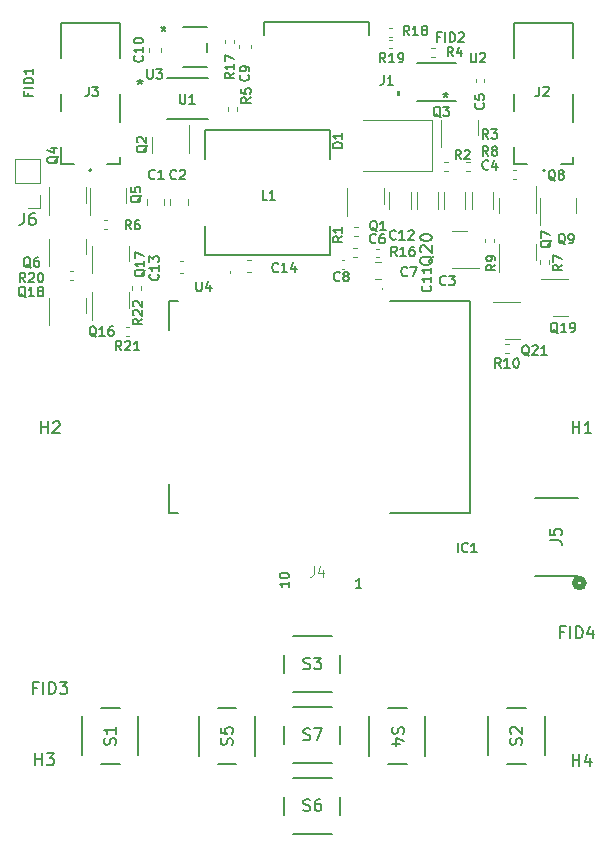
<source format=gbr>
G04 #@! TF.GenerationSoftware,KiCad,Pcbnew,7.0.5*
G04 #@! TF.CreationDate,2023-09-25T09:29:56+01:00*
G04 #@! TF.ProjectId,MaxTENS,4d617854-454e-4532-9e6b-696361645f70,rev?*
G04 #@! TF.SameCoordinates,Original*
G04 #@! TF.FileFunction,Legend,Top*
G04 #@! TF.FilePolarity,Positive*
%FSLAX46Y46*%
G04 Gerber Fmt 4.6, Leading zero omitted, Abs format (unit mm)*
G04 Created by KiCad (PCBNEW 7.0.5) date 2023-09-25 09:29:56*
%MOMM*%
%LPD*%
G01*
G04 APERTURE LIST*
%ADD10C,0.150000*%
%ADD11C,0.100000*%
%ADD12C,0.152400*%
%ADD13C,0.508000*%
%ADD14C,0.120000*%
%ADD15C,0.127000*%
%ADD16C,0.200000*%
G04 APERTURE END LIST*
D10*
G04 #@! TO.C,J5*
X243304820Y-84133333D02*
X244019105Y-84133333D01*
X244019105Y-84133333D02*
X244161962Y-84180952D01*
X244161962Y-84180952D02*
X244257201Y-84276190D01*
X244257201Y-84276190D02*
X244304820Y-84419047D01*
X244304820Y-84419047D02*
X244304820Y-84514285D01*
X243304820Y-83180952D02*
X243304820Y-83657142D01*
X243304820Y-83657142D02*
X243781010Y-83704761D01*
X243781010Y-83704761D02*
X243733391Y-83657142D01*
X243733391Y-83657142D02*
X243685772Y-83561904D01*
X243685772Y-83561904D02*
X243685772Y-83323809D01*
X243685772Y-83323809D02*
X243733391Y-83228571D01*
X243733391Y-83228571D02*
X243781010Y-83180952D01*
X243781010Y-83180952D02*
X243876248Y-83133333D01*
X243876248Y-83133333D02*
X244114343Y-83133333D01*
X244114343Y-83133333D02*
X244209581Y-83180952D01*
X244209581Y-83180952D02*
X244257201Y-83228571D01*
X244257201Y-83228571D02*
X244304820Y-83323809D01*
X244304820Y-83323809D02*
X244304820Y-83561904D01*
X244304820Y-83561904D02*
X244257201Y-83657142D01*
X244257201Y-83657142D02*
X244209581Y-83704761D01*
G04 #@! TO.C,FID4*
X244508571Y-91891009D02*
X244175238Y-91891009D01*
X244175238Y-92414819D02*
X244175238Y-91414819D01*
X244175238Y-91414819D02*
X244651428Y-91414819D01*
X245032381Y-92414819D02*
X245032381Y-91414819D01*
X245508571Y-92414819D02*
X245508571Y-91414819D01*
X245508571Y-91414819D02*
X245746666Y-91414819D01*
X245746666Y-91414819D02*
X245889523Y-91462438D01*
X245889523Y-91462438D02*
X245984761Y-91557676D01*
X245984761Y-91557676D02*
X246032380Y-91652914D01*
X246032380Y-91652914D02*
X246079999Y-91843390D01*
X246079999Y-91843390D02*
X246079999Y-91986247D01*
X246079999Y-91986247D02*
X246032380Y-92176723D01*
X246032380Y-92176723D02*
X245984761Y-92271961D01*
X245984761Y-92271961D02*
X245889523Y-92367200D01*
X245889523Y-92367200D02*
X245746666Y-92414819D01*
X245746666Y-92414819D02*
X245508571Y-92414819D01*
X246937142Y-91748152D02*
X246937142Y-92414819D01*
X246699047Y-91367200D02*
X246460952Y-92081485D01*
X246460952Y-92081485D02*
X247079999Y-92081485D01*
G04 #@! TO.C,FID3*
X199908571Y-96591009D02*
X199575238Y-96591009D01*
X199575238Y-97114819D02*
X199575238Y-96114819D01*
X199575238Y-96114819D02*
X200051428Y-96114819D01*
X200432381Y-97114819D02*
X200432381Y-96114819D01*
X200908571Y-97114819D02*
X200908571Y-96114819D01*
X200908571Y-96114819D02*
X201146666Y-96114819D01*
X201146666Y-96114819D02*
X201289523Y-96162438D01*
X201289523Y-96162438D02*
X201384761Y-96257676D01*
X201384761Y-96257676D02*
X201432380Y-96352914D01*
X201432380Y-96352914D02*
X201479999Y-96543390D01*
X201479999Y-96543390D02*
X201479999Y-96686247D01*
X201479999Y-96686247D02*
X201432380Y-96876723D01*
X201432380Y-96876723D02*
X201384761Y-96971961D01*
X201384761Y-96971961D02*
X201289523Y-97067200D01*
X201289523Y-97067200D02*
X201146666Y-97114819D01*
X201146666Y-97114819D02*
X200908571Y-97114819D01*
X201813333Y-96114819D02*
X202432380Y-96114819D01*
X202432380Y-96114819D02*
X202099047Y-96495771D01*
X202099047Y-96495771D02*
X202241904Y-96495771D01*
X202241904Y-96495771D02*
X202337142Y-96543390D01*
X202337142Y-96543390D02*
X202384761Y-96591009D01*
X202384761Y-96591009D02*
X202432380Y-96686247D01*
X202432380Y-96686247D02*
X202432380Y-96924342D01*
X202432380Y-96924342D02*
X202384761Y-97019580D01*
X202384761Y-97019580D02*
X202337142Y-97067200D01*
X202337142Y-97067200D02*
X202241904Y-97114819D01*
X202241904Y-97114819D02*
X201956190Y-97114819D01*
X201956190Y-97114819D02*
X201860952Y-97067200D01*
X201860952Y-97067200D02*
X201813333Y-97019580D01*
G04 #@! TO.C,FID2*
X234022857Y-41503247D02*
X233756191Y-41503247D01*
X233756191Y-41922295D02*
X233756191Y-41122295D01*
X233756191Y-41122295D02*
X234137143Y-41122295D01*
X234441905Y-41922295D02*
X234441905Y-41122295D01*
X234822857Y-41922295D02*
X234822857Y-41122295D01*
X234822857Y-41122295D02*
X235013333Y-41122295D01*
X235013333Y-41122295D02*
X235127619Y-41160390D01*
X235127619Y-41160390D02*
X235203809Y-41236580D01*
X235203809Y-41236580D02*
X235241904Y-41312771D01*
X235241904Y-41312771D02*
X235280000Y-41465152D01*
X235280000Y-41465152D02*
X235280000Y-41579438D01*
X235280000Y-41579438D02*
X235241904Y-41731819D01*
X235241904Y-41731819D02*
X235203809Y-41808009D01*
X235203809Y-41808009D02*
X235127619Y-41884200D01*
X235127619Y-41884200D02*
X235013333Y-41922295D01*
X235013333Y-41922295D02*
X234822857Y-41922295D01*
X235584761Y-41198485D02*
X235622857Y-41160390D01*
X235622857Y-41160390D02*
X235699047Y-41122295D01*
X235699047Y-41122295D02*
X235889523Y-41122295D01*
X235889523Y-41122295D02*
X235965714Y-41160390D01*
X235965714Y-41160390D02*
X236003809Y-41198485D01*
X236003809Y-41198485D02*
X236041904Y-41274676D01*
X236041904Y-41274676D02*
X236041904Y-41350866D01*
X236041904Y-41350866D02*
X236003809Y-41465152D01*
X236003809Y-41465152D02*
X235546666Y-41922295D01*
X235546666Y-41922295D02*
X236041904Y-41922295D01*
G04 #@! TO.C,FID1*
X199123247Y-46217142D02*
X199123247Y-46483808D01*
X199542295Y-46483808D02*
X198742295Y-46483808D01*
X198742295Y-46483808D02*
X198742295Y-46102856D01*
X199542295Y-45798094D02*
X198742295Y-45798094D01*
X199542295Y-45417142D02*
X198742295Y-45417142D01*
X198742295Y-45417142D02*
X198742295Y-45226666D01*
X198742295Y-45226666D02*
X198780390Y-45112380D01*
X198780390Y-45112380D02*
X198856580Y-45036190D01*
X198856580Y-45036190D02*
X198932771Y-44998095D01*
X198932771Y-44998095D02*
X199085152Y-44959999D01*
X199085152Y-44959999D02*
X199199438Y-44959999D01*
X199199438Y-44959999D02*
X199351819Y-44998095D01*
X199351819Y-44998095D02*
X199428009Y-45036190D01*
X199428009Y-45036190D02*
X199504200Y-45112380D01*
X199504200Y-45112380D02*
X199542295Y-45226666D01*
X199542295Y-45226666D02*
X199542295Y-45417142D01*
X199542295Y-44198095D02*
X199542295Y-44655238D01*
X199542295Y-44426666D02*
X198742295Y-44426666D01*
X198742295Y-44426666D02*
X198856580Y-44502857D01*
X198856580Y-44502857D02*
X198932771Y-44579047D01*
X198932771Y-44579047D02*
X198970866Y-44655238D01*
G04 #@! TO.C,R17*
X216562295Y-44554285D02*
X216181342Y-44820952D01*
X216562295Y-45011428D02*
X215762295Y-45011428D01*
X215762295Y-45011428D02*
X215762295Y-44706666D01*
X215762295Y-44706666D02*
X215800390Y-44630476D01*
X215800390Y-44630476D02*
X215838485Y-44592381D01*
X215838485Y-44592381D02*
X215914676Y-44554285D01*
X215914676Y-44554285D02*
X216028961Y-44554285D01*
X216028961Y-44554285D02*
X216105152Y-44592381D01*
X216105152Y-44592381D02*
X216143247Y-44630476D01*
X216143247Y-44630476D02*
X216181342Y-44706666D01*
X216181342Y-44706666D02*
X216181342Y-45011428D01*
X216562295Y-43792381D02*
X216562295Y-44249524D01*
X216562295Y-44020952D02*
X215762295Y-44020952D01*
X215762295Y-44020952D02*
X215876580Y-44097143D01*
X215876580Y-44097143D02*
X215952771Y-44173333D01*
X215952771Y-44173333D02*
X215990866Y-44249524D01*
X215762295Y-43525714D02*
X215762295Y-42992380D01*
X215762295Y-42992380D02*
X216562295Y-43335238D01*
G04 #@! TO.C,Q4*
X201696379Y-51600952D02*
X201655903Y-51681904D01*
X201655903Y-51681904D02*
X201574951Y-51762857D01*
X201574951Y-51762857D02*
X201453522Y-51884285D01*
X201453522Y-51884285D02*
X201413046Y-51965238D01*
X201413046Y-51965238D02*
X201413046Y-52046190D01*
X201615427Y-52005714D02*
X201574951Y-52086666D01*
X201574951Y-52086666D02*
X201493998Y-52167619D01*
X201493998Y-52167619D02*
X201332093Y-52208095D01*
X201332093Y-52208095D02*
X201048760Y-52208095D01*
X201048760Y-52208095D02*
X200886855Y-52167619D01*
X200886855Y-52167619D02*
X200805903Y-52086666D01*
X200805903Y-52086666D02*
X200765427Y-52005714D01*
X200765427Y-52005714D02*
X200765427Y-51843809D01*
X200765427Y-51843809D02*
X200805903Y-51762857D01*
X200805903Y-51762857D02*
X200886855Y-51681904D01*
X200886855Y-51681904D02*
X201048760Y-51641428D01*
X201048760Y-51641428D02*
X201332093Y-51641428D01*
X201332093Y-51641428D02*
X201493998Y-51681904D01*
X201493998Y-51681904D02*
X201574951Y-51762857D01*
X201574951Y-51762857D02*
X201615427Y-51843809D01*
X201615427Y-51843809D02*
X201615427Y-52005714D01*
X201048760Y-50912857D02*
X201615427Y-50912857D01*
X200724951Y-51115238D02*
X201332093Y-51317619D01*
X201332093Y-51317619D02*
X201332093Y-50791428D01*
G04 #@! TO.C,R18*
X231385714Y-41362295D02*
X231119047Y-40981342D01*
X230928571Y-41362295D02*
X230928571Y-40562295D01*
X230928571Y-40562295D02*
X231233333Y-40562295D01*
X231233333Y-40562295D02*
X231309523Y-40600390D01*
X231309523Y-40600390D02*
X231347618Y-40638485D01*
X231347618Y-40638485D02*
X231385714Y-40714676D01*
X231385714Y-40714676D02*
X231385714Y-40828961D01*
X231385714Y-40828961D02*
X231347618Y-40905152D01*
X231347618Y-40905152D02*
X231309523Y-40943247D01*
X231309523Y-40943247D02*
X231233333Y-40981342D01*
X231233333Y-40981342D02*
X230928571Y-40981342D01*
X232147618Y-41362295D02*
X231690475Y-41362295D01*
X231919047Y-41362295D02*
X231919047Y-40562295D01*
X231919047Y-40562295D02*
X231842856Y-40676580D01*
X231842856Y-40676580D02*
X231766666Y-40752771D01*
X231766666Y-40752771D02*
X231690475Y-40790866D01*
X232604761Y-40905152D02*
X232528571Y-40867057D01*
X232528571Y-40867057D02*
X232490476Y-40828961D01*
X232490476Y-40828961D02*
X232452380Y-40752771D01*
X232452380Y-40752771D02*
X232452380Y-40714676D01*
X232452380Y-40714676D02*
X232490476Y-40638485D01*
X232490476Y-40638485D02*
X232528571Y-40600390D01*
X232528571Y-40600390D02*
X232604761Y-40562295D01*
X232604761Y-40562295D02*
X232757142Y-40562295D01*
X232757142Y-40562295D02*
X232833333Y-40600390D01*
X232833333Y-40600390D02*
X232871428Y-40638485D01*
X232871428Y-40638485D02*
X232909523Y-40714676D01*
X232909523Y-40714676D02*
X232909523Y-40752771D01*
X232909523Y-40752771D02*
X232871428Y-40828961D01*
X232871428Y-40828961D02*
X232833333Y-40867057D01*
X232833333Y-40867057D02*
X232757142Y-40905152D01*
X232757142Y-40905152D02*
X232604761Y-40905152D01*
X232604761Y-40905152D02*
X232528571Y-40943247D01*
X232528571Y-40943247D02*
X232490476Y-40981342D01*
X232490476Y-40981342D02*
X232452380Y-41057533D01*
X232452380Y-41057533D02*
X232452380Y-41209914D01*
X232452380Y-41209914D02*
X232490476Y-41286104D01*
X232490476Y-41286104D02*
X232528571Y-41324200D01*
X232528571Y-41324200D02*
X232604761Y-41362295D01*
X232604761Y-41362295D02*
X232757142Y-41362295D01*
X232757142Y-41362295D02*
X232833333Y-41324200D01*
X232833333Y-41324200D02*
X232871428Y-41286104D01*
X232871428Y-41286104D02*
X232909523Y-41209914D01*
X232909523Y-41209914D02*
X232909523Y-41057533D01*
X232909523Y-41057533D02*
X232871428Y-40981342D01*
X232871428Y-40981342D02*
X232833333Y-40943247D01*
X232833333Y-40943247D02*
X232757142Y-40905152D01*
G04 #@! TO.C,Q8*
X243773809Y-53658485D02*
X243697619Y-53620390D01*
X243697619Y-53620390D02*
X243621428Y-53544200D01*
X243621428Y-53544200D02*
X243507142Y-53429914D01*
X243507142Y-53429914D02*
X243430952Y-53391819D01*
X243430952Y-53391819D02*
X243354761Y-53391819D01*
X243392857Y-53582295D02*
X243316666Y-53544200D01*
X243316666Y-53544200D02*
X243240476Y-53468009D01*
X243240476Y-53468009D02*
X243202380Y-53315628D01*
X243202380Y-53315628D02*
X243202380Y-53048961D01*
X243202380Y-53048961D02*
X243240476Y-52896580D01*
X243240476Y-52896580D02*
X243316666Y-52820390D01*
X243316666Y-52820390D02*
X243392857Y-52782295D01*
X243392857Y-52782295D02*
X243545238Y-52782295D01*
X243545238Y-52782295D02*
X243621428Y-52820390D01*
X243621428Y-52820390D02*
X243697619Y-52896580D01*
X243697619Y-52896580D02*
X243735714Y-53048961D01*
X243735714Y-53048961D02*
X243735714Y-53315628D01*
X243735714Y-53315628D02*
X243697619Y-53468009D01*
X243697619Y-53468009D02*
X243621428Y-53544200D01*
X243621428Y-53544200D02*
X243545238Y-53582295D01*
X243545238Y-53582295D02*
X243392857Y-53582295D01*
X244192856Y-53125152D02*
X244116666Y-53087057D01*
X244116666Y-53087057D02*
X244078571Y-53048961D01*
X244078571Y-53048961D02*
X244040475Y-52972771D01*
X244040475Y-52972771D02*
X244040475Y-52934676D01*
X244040475Y-52934676D02*
X244078571Y-52858485D01*
X244078571Y-52858485D02*
X244116666Y-52820390D01*
X244116666Y-52820390D02*
X244192856Y-52782295D01*
X244192856Y-52782295D02*
X244345237Y-52782295D01*
X244345237Y-52782295D02*
X244421428Y-52820390D01*
X244421428Y-52820390D02*
X244459523Y-52858485D01*
X244459523Y-52858485D02*
X244497618Y-52934676D01*
X244497618Y-52934676D02*
X244497618Y-52972771D01*
X244497618Y-52972771D02*
X244459523Y-53048961D01*
X244459523Y-53048961D02*
X244421428Y-53087057D01*
X244421428Y-53087057D02*
X244345237Y-53125152D01*
X244345237Y-53125152D02*
X244192856Y-53125152D01*
X244192856Y-53125152D02*
X244116666Y-53163247D01*
X244116666Y-53163247D02*
X244078571Y-53201342D01*
X244078571Y-53201342D02*
X244040475Y-53277533D01*
X244040475Y-53277533D02*
X244040475Y-53429914D01*
X244040475Y-53429914D02*
X244078571Y-53506104D01*
X244078571Y-53506104D02*
X244116666Y-53544200D01*
X244116666Y-53544200D02*
X244192856Y-53582295D01*
X244192856Y-53582295D02*
X244345237Y-53582295D01*
X244345237Y-53582295D02*
X244421428Y-53544200D01*
X244421428Y-53544200D02*
X244459523Y-53506104D01*
X244459523Y-53506104D02*
X244497618Y-53429914D01*
X244497618Y-53429914D02*
X244497618Y-53277533D01*
X244497618Y-53277533D02*
X244459523Y-53201342D01*
X244459523Y-53201342D02*
X244421428Y-53163247D01*
X244421428Y-53163247D02*
X244345237Y-53125152D01*
G04 #@! TO.C,Q21*
X241552857Y-68488485D02*
X241476667Y-68450390D01*
X241476667Y-68450390D02*
X241400476Y-68374200D01*
X241400476Y-68374200D02*
X241286190Y-68259914D01*
X241286190Y-68259914D02*
X241210000Y-68221819D01*
X241210000Y-68221819D02*
X241133809Y-68221819D01*
X241171905Y-68412295D02*
X241095714Y-68374200D01*
X241095714Y-68374200D02*
X241019524Y-68298009D01*
X241019524Y-68298009D02*
X240981428Y-68145628D01*
X240981428Y-68145628D02*
X240981428Y-67878961D01*
X240981428Y-67878961D02*
X241019524Y-67726580D01*
X241019524Y-67726580D02*
X241095714Y-67650390D01*
X241095714Y-67650390D02*
X241171905Y-67612295D01*
X241171905Y-67612295D02*
X241324286Y-67612295D01*
X241324286Y-67612295D02*
X241400476Y-67650390D01*
X241400476Y-67650390D02*
X241476667Y-67726580D01*
X241476667Y-67726580D02*
X241514762Y-67878961D01*
X241514762Y-67878961D02*
X241514762Y-68145628D01*
X241514762Y-68145628D02*
X241476667Y-68298009D01*
X241476667Y-68298009D02*
X241400476Y-68374200D01*
X241400476Y-68374200D02*
X241324286Y-68412295D01*
X241324286Y-68412295D02*
X241171905Y-68412295D01*
X241819523Y-67688485D02*
X241857619Y-67650390D01*
X241857619Y-67650390D02*
X241933809Y-67612295D01*
X241933809Y-67612295D02*
X242124285Y-67612295D01*
X242124285Y-67612295D02*
X242200476Y-67650390D01*
X242200476Y-67650390D02*
X242238571Y-67688485D01*
X242238571Y-67688485D02*
X242276666Y-67764676D01*
X242276666Y-67764676D02*
X242276666Y-67840866D01*
X242276666Y-67840866D02*
X242238571Y-67955152D01*
X242238571Y-67955152D02*
X241781428Y-68412295D01*
X241781428Y-68412295D02*
X242276666Y-68412295D01*
X243038571Y-68412295D02*
X242581428Y-68412295D01*
X242810000Y-68412295D02*
X242810000Y-67612295D01*
X242810000Y-67612295D02*
X242733809Y-67726580D01*
X242733809Y-67726580D02*
X242657619Y-67802771D01*
X242657619Y-67802771D02*
X242581428Y-67840866D01*
G04 #@! TO.C,Q3*
X234053809Y-48298485D02*
X233977619Y-48260390D01*
X233977619Y-48260390D02*
X233901428Y-48184200D01*
X233901428Y-48184200D02*
X233787142Y-48069914D01*
X233787142Y-48069914D02*
X233710952Y-48031819D01*
X233710952Y-48031819D02*
X233634761Y-48031819D01*
X233672857Y-48222295D02*
X233596666Y-48184200D01*
X233596666Y-48184200D02*
X233520476Y-48108009D01*
X233520476Y-48108009D02*
X233482380Y-47955628D01*
X233482380Y-47955628D02*
X233482380Y-47688961D01*
X233482380Y-47688961D02*
X233520476Y-47536580D01*
X233520476Y-47536580D02*
X233596666Y-47460390D01*
X233596666Y-47460390D02*
X233672857Y-47422295D01*
X233672857Y-47422295D02*
X233825238Y-47422295D01*
X233825238Y-47422295D02*
X233901428Y-47460390D01*
X233901428Y-47460390D02*
X233977619Y-47536580D01*
X233977619Y-47536580D02*
X234015714Y-47688961D01*
X234015714Y-47688961D02*
X234015714Y-47955628D01*
X234015714Y-47955628D02*
X233977619Y-48108009D01*
X233977619Y-48108009D02*
X233901428Y-48184200D01*
X233901428Y-48184200D02*
X233825238Y-48222295D01*
X233825238Y-48222295D02*
X233672857Y-48222295D01*
X234282380Y-47422295D02*
X234777618Y-47422295D01*
X234777618Y-47422295D02*
X234510952Y-47727057D01*
X234510952Y-47727057D02*
X234625237Y-47727057D01*
X234625237Y-47727057D02*
X234701428Y-47765152D01*
X234701428Y-47765152D02*
X234739523Y-47803247D01*
X234739523Y-47803247D02*
X234777618Y-47879438D01*
X234777618Y-47879438D02*
X234777618Y-48069914D01*
X234777618Y-48069914D02*
X234739523Y-48146104D01*
X234739523Y-48146104D02*
X234701428Y-48184200D01*
X234701428Y-48184200D02*
X234625237Y-48222295D01*
X234625237Y-48222295D02*
X234396666Y-48222295D01*
X234396666Y-48222295D02*
X234320475Y-48184200D01*
X234320475Y-48184200D02*
X234282380Y-48146104D01*
G04 #@! TO.C,R3*
X238076667Y-50102295D02*
X237810000Y-49721342D01*
X237619524Y-50102295D02*
X237619524Y-49302295D01*
X237619524Y-49302295D02*
X237924286Y-49302295D01*
X237924286Y-49302295D02*
X238000476Y-49340390D01*
X238000476Y-49340390D02*
X238038571Y-49378485D01*
X238038571Y-49378485D02*
X238076667Y-49454676D01*
X238076667Y-49454676D02*
X238076667Y-49568961D01*
X238076667Y-49568961D02*
X238038571Y-49645152D01*
X238038571Y-49645152D02*
X238000476Y-49683247D01*
X238000476Y-49683247D02*
X237924286Y-49721342D01*
X237924286Y-49721342D02*
X237619524Y-49721342D01*
X238343333Y-49302295D02*
X238838571Y-49302295D01*
X238838571Y-49302295D02*
X238571905Y-49607057D01*
X238571905Y-49607057D02*
X238686190Y-49607057D01*
X238686190Y-49607057D02*
X238762381Y-49645152D01*
X238762381Y-49645152D02*
X238800476Y-49683247D01*
X238800476Y-49683247D02*
X238838571Y-49759438D01*
X238838571Y-49759438D02*
X238838571Y-49949914D01*
X238838571Y-49949914D02*
X238800476Y-50026104D01*
X238800476Y-50026104D02*
X238762381Y-50064200D01*
X238762381Y-50064200D02*
X238686190Y-50102295D01*
X238686190Y-50102295D02*
X238457619Y-50102295D01*
X238457619Y-50102295D02*
X238381428Y-50064200D01*
X238381428Y-50064200D02*
X238343333Y-50026104D01*
G04 #@! TO.C,Q6*
X199353809Y-61048485D02*
X199277619Y-61010390D01*
X199277619Y-61010390D02*
X199201428Y-60934200D01*
X199201428Y-60934200D02*
X199087142Y-60819914D01*
X199087142Y-60819914D02*
X199010952Y-60781819D01*
X199010952Y-60781819D02*
X198934761Y-60781819D01*
X198972857Y-60972295D02*
X198896666Y-60934200D01*
X198896666Y-60934200D02*
X198820476Y-60858009D01*
X198820476Y-60858009D02*
X198782380Y-60705628D01*
X198782380Y-60705628D02*
X198782380Y-60438961D01*
X198782380Y-60438961D02*
X198820476Y-60286580D01*
X198820476Y-60286580D02*
X198896666Y-60210390D01*
X198896666Y-60210390D02*
X198972857Y-60172295D01*
X198972857Y-60172295D02*
X199125238Y-60172295D01*
X199125238Y-60172295D02*
X199201428Y-60210390D01*
X199201428Y-60210390D02*
X199277619Y-60286580D01*
X199277619Y-60286580D02*
X199315714Y-60438961D01*
X199315714Y-60438961D02*
X199315714Y-60705628D01*
X199315714Y-60705628D02*
X199277619Y-60858009D01*
X199277619Y-60858009D02*
X199201428Y-60934200D01*
X199201428Y-60934200D02*
X199125238Y-60972295D01*
X199125238Y-60972295D02*
X198972857Y-60972295D01*
X200001428Y-60172295D02*
X199849047Y-60172295D01*
X199849047Y-60172295D02*
X199772856Y-60210390D01*
X199772856Y-60210390D02*
X199734761Y-60248485D01*
X199734761Y-60248485D02*
X199658571Y-60362771D01*
X199658571Y-60362771D02*
X199620475Y-60515152D01*
X199620475Y-60515152D02*
X199620475Y-60819914D01*
X199620475Y-60819914D02*
X199658571Y-60896104D01*
X199658571Y-60896104D02*
X199696666Y-60934200D01*
X199696666Y-60934200D02*
X199772856Y-60972295D01*
X199772856Y-60972295D02*
X199925237Y-60972295D01*
X199925237Y-60972295D02*
X200001428Y-60934200D01*
X200001428Y-60934200D02*
X200039523Y-60896104D01*
X200039523Y-60896104D02*
X200077618Y-60819914D01*
X200077618Y-60819914D02*
X200077618Y-60629438D01*
X200077618Y-60629438D02*
X200039523Y-60553247D01*
X200039523Y-60553247D02*
X200001428Y-60515152D01*
X200001428Y-60515152D02*
X199925237Y-60477057D01*
X199925237Y-60477057D02*
X199772856Y-60477057D01*
X199772856Y-60477057D02*
X199696666Y-60515152D01*
X199696666Y-60515152D02*
X199658571Y-60553247D01*
X199658571Y-60553247D02*
X199620475Y-60629438D01*
G04 #@! TO.C,Q9*
X244613809Y-59038485D02*
X244537619Y-59000390D01*
X244537619Y-59000390D02*
X244461428Y-58924200D01*
X244461428Y-58924200D02*
X244347142Y-58809914D01*
X244347142Y-58809914D02*
X244270952Y-58771819D01*
X244270952Y-58771819D02*
X244194761Y-58771819D01*
X244232857Y-58962295D02*
X244156666Y-58924200D01*
X244156666Y-58924200D02*
X244080476Y-58848009D01*
X244080476Y-58848009D02*
X244042380Y-58695628D01*
X244042380Y-58695628D02*
X244042380Y-58428961D01*
X244042380Y-58428961D02*
X244080476Y-58276580D01*
X244080476Y-58276580D02*
X244156666Y-58200390D01*
X244156666Y-58200390D02*
X244232857Y-58162295D01*
X244232857Y-58162295D02*
X244385238Y-58162295D01*
X244385238Y-58162295D02*
X244461428Y-58200390D01*
X244461428Y-58200390D02*
X244537619Y-58276580D01*
X244537619Y-58276580D02*
X244575714Y-58428961D01*
X244575714Y-58428961D02*
X244575714Y-58695628D01*
X244575714Y-58695628D02*
X244537619Y-58848009D01*
X244537619Y-58848009D02*
X244461428Y-58924200D01*
X244461428Y-58924200D02*
X244385238Y-58962295D01*
X244385238Y-58962295D02*
X244232857Y-58962295D01*
X244956666Y-58962295D02*
X245109047Y-58962295D01*
X245109047Y-58962295D02*
X245185237Y-58924200D01*
X245185237Y-58924200D02*
X245223333Y-58886104D01*
X245223333Y-58886104D02*
X245299523Y-58771819D01*
X245299523Y-58771819D02*
X245337618Y-58619438D01*
X245337618Y-58619438D02*
X245337618Y-58314676D01*
X245337618Y-58314676D02*
X245299523Y-58238485D01*
X245299523Y-58238485D02*
X245261428Y-58200390D01*
X245261428Y-58200390D02*
X245185237Y-58162295D01*
X245185237Y-58162295D02*
X245032856Y-58162295D01*
X245032856Y-58162295D02*
X244956666Y-58200390D01*
X244956666Y-58200390D02*
X244918571Y-58238485D01*
X244918571Y-58238485D02*
X244880475Y-58314676D01*
X244880475Y-58314676D02*
X244880475Y-58505152D01*
X244880475Y-58505152D02*
X244918571Y-58581342D01*
X244918571Y-58581342D02*
X244956666Y-58619438D01*
X244956666Y-58619438D02*
X245032856Y-58657533D01*
X245032856Y-58657533D02*
X245185237Y-58657533D01*
X245185237Y-58657533D02*
X245261428Y-58619438D01*
X245261428Y-58619438D02*
X245299523Y-58581342D01*
X245299523Y-58581342D02*
X245337618Y-58505152D01*
G04 #@! TO.C,C4*
X238096667Y-52666104D02*
X238058571Y-52704200D01*
X238058571Y-52704200D02*
X237944286Y-52742295D01*
X237944286Y-52742295D02*
X237868095Y-52742295D01*
X237868095Y-52742295D02*
X237753809Y-52704200D01*
X237753809Y-52704200D02*
X237677619Y-52628009D01*
X237677619Y-52628009D02*
X237639524Y-52551819D01*
X237639524Y-52551819D02*
X237601428Y-52399438D01*
X237601428Y-52399438D02*
X237601428Y-52285152D01*
X237601428Y-52285152D02*
X237639524Y-52132771D01*
X237639524Y-52132771D02*
X237677619Y-52056580D01*
X237677619Y-52056580D02*
X237753809Y-51980390D01*
X237753809Y-51980390D02*
X237868095Y-51942295D01*
X237868095Y-51942295D02*
X237944286Y-51942295D01*
X237944286Y-51942295D02*
X238058571Y-51980390D01*
X238058571Y-51980390D02*
X238096667Y-52018485D01*
X238782381Y-52208961D02*
X238782381Y-52742295D01*
X238591905Y-51904200D02*
X238401428Y-52475628D01*
X238401428Y-52475628D02*
X238896667Y-52475628D01*
G04 #@! TO.C,H2*
X200238095Y-75054819D02*
X200238095Y-74054819D01*
X200238095Y-74531009D02*
X200809523Y-74531009D01*
X200809523Y-75054819D02*
X200809523Y-74054819D01*
X201238095Y-74150057D02*
X201285714Y-74102438D01*
X201285714Y-74102438D02*
X201380952Y-74054819D01*
X201380952Y-74054819D02*
X201619047Y-74054819D01*
X201619047Y-74054819D02*
X201714285Y-74102438D01*
X201714285Y-74102438D02*
X201761904Y-74150057D01*
X201761904Y-74150057D02*
X201809523Y-74245295D01*
X201809523Y-74245295D02*
X201809523Y-74340533D01*
X201809523Y-74340533D02*
X201761904Y-74483390D01*
X201761904Y-74483390D02*
X201190476Y-75054819D01*
X201190476Y-75054819D02*
X201809523Y-75054819D01*
G04 #@! TO.C,U3*
X209211553Y-44226346D02*
X209211553Y-44873965D01*
X209211553Y-44873965D02*
X209249648Y-44950155D01*
X209249648Y-44950155D02*
X209287743Y-44988251D01*
X209287743Y-44988251D02*
X209363934Y-45026346D01*
X209363934Y-45026346D02*
X209516315Y-45026346D01*
X209516315Y-45026346D02*
X209592505Y-44988251D01*
X209592505Y-44988251D02*
X209630600Y-44950155D01*
X209630600Y-44950155D02*
X209668696Y-44873965D01*
X209668696Y-44873965D02*
X209668696Y-44226346D01*
X209973457Y-44226346D02*
X210468695Y-44226346D01*
X210468695Y-44226346D02*
X210202029Y-44531108D01*
X210202029Y-44531108D02*
X210316314Y-44531108D01*
X210316314Y-44531108D02*
X210392505Y-44569203D01*
X210392505Y-44569203D02*
X210430600Y-44607298D01*
X210430600Y-44607298D02*
X210468695Y-44683489D01*
X210468695Y-44683489D02*
X210468695Y-44873965D01*
X210468695Y-44873965D02*
X210430600Y-44950155D01*
X210430600Y-44950155D02*
X210392505Y-44988251D01*
X210392505Y-44988251D02*
X210316314Y-45026346D01*
X210316314Y-45026346D02*
X210087743Y-45026346D01*
X210087743Y-45026346D02*
X210011552Y-44988251D01*
X210011552Y-44988251D02*
X209973457Y-44950155D01*
X210600000Y-40554819D02*
X210600000Y-40792914D01*
X210361905Y-40697676D02*
X210600000Y-40792914D01*
X210600000Y-40792914D02*
X210838095Y-40697676D01*
X210457143Y-40983390D02*
X210600000Y-40792914D01*
X210600000Y-40792914D02*
X210742857Y-40983390D01*
G04 #@! TO.C,R4*
X235096442Y-43156772D02*
X234829775Y-42775819D01*
X234639299Y-43156772D02*
X234639299Y-42356772D01*
X234639299Y-42356772D02*
X234944061Y-42356772D01*
X234944061Y-42356772D02*
X235020251Y-42394867D01*
X235020251Y-42394867D02*
X235058346Y-42432962D01*
X235058346Y-42432962D02*
X235096442Y-42509153D01*
X235096442Y-42509153D02*
X235096442Y-42623438D01*
X235096442Y-42623438D02*
X235058346Y-42699629D01*
X235058346Y-42699629D02*
X235020251Y-42737724D01*
X235020251Y-42737724D02*
X234944061Y-42775819D01*
X234944061Y-42775819D02*
X234639299Y-42775819D01*
X235782156Y-42623438D02*
X235782156Y-43156772D01*
X235591680Y-42318677D02*
X235401203Y-42890105D01*
X235401203Y-42890105D02*
X235896442Y-42890105D01*
G04 #@! TO.C,C12*
X230255714Y-58581104D02*
X230217618Y-58619200D01*
X230217618Y-58619200D02*
X230103333Y-58657295D01*
X230103333Y-58657295D02*
X230027142Y-58657295D01*
X230027142Y-58657295D02*
X229912856Y-58619200D01*
X229912856Y-58619200D02*
X229836666Y-58543009D01*
X229836666Y-58543009D02*
X229798571Y-58466819D01*
X229798571Y-58466819D02*
X229760475Y-58314438D01*
X229760475Y-58314438D02*
X229760475Y-58200152D01*
X229760475Y-58200152D02*
X229798571Y-58047771D01*
X229798571Y-58047771D02*
X229836666Y-57971580D01*
X229836666Y-57971580D02*
X229912856Y-57895390D01*
X229912856Y-57895390D02*
X230027142Y-57857295D01*
X230027142Y-57857295D02*
X230103333Y-57857295D01*
X230103333Y-57857295D02*
X230217618Y-57895390D01*
X230217618Y-57895390D02*
X230255714Y-57933485D01*
X231017618Y-58657295D02*
X230560475Y-58657295D01*
X230789047Y-58657295D02*
X230789047Y-57857295D01*
X230789047Y-57857295D02*
X230712856Y-57971580D01*
X230712856Y-57971580D02*
X230636666Y-58047771D01*
X230636666Y-58047771D02*
X230560475Y-58085866D01*
X231322380Y-57933485D02*
X231360476Y-57895390D01*
X231360476Y-57895390D02*
X231436666Y-57857295D01*
X231436666Y-57857295D02*
X231627142Y-57857295D01*
X231627142Y-57857295D02*
X231703333Y-57895390D01*
X231703333Y-57895390D02*
X231741428Y-57933485D01*
X231741428Y-57933485D02*
X231779523Y-58009676D01*
X231779523Y-58009676D02*
X231779523Y-58085866D01*
X231779523Y-58085866D02*
X231741428Y-58200152D01*
X231741428Y-58200152D02*
X231284285Y-58657295D01*
X231284285Y-58657295D02*
X231779523Y-58657295D01*
G04 #@! TO.C,C5*
X237686104Y-47133332D02*
X237724200Y-47171428D01*
X237724200Y-47171428D02*
X237762295Y-47285713D01*
X237762295Y-47285713D02*
X237762295Y-47361904D01*
X237762295Y-47361904D02*
X237724200Y-47476190D01*
X237724200Y-47476190D02*
X237648009Y-47552380D01*
X237648009Y-47552380D02*
X237571819Y-47590475D01*
X237571819Y-47590475D02*
X237419438Y-47628571D01*
X237419438Y-47628571D02*
X237305152Y-47628571D01*
X237305152Y-47628571D02*
X237152771Y-47590475D01*
X237152771Y-47590475D02*
X237076580Y-47552380D01*
X237076580Y-47552380D02*
X237000390Y-47476190D01*
X237000390Y-47476190D02*
X236962295Y-47361904D01*
X236962295Y-47361904D02*
X236962295Y-47285713D01*
X236962295Y-47285713D02*
X237000390Y-47171428D01*
X237000390Y-47171428D02*
X237038485Y-47133332D01*
X236962295Y-46409523D02*
X236962295Y-46790475D01*
X236962295Y-46790475D02*
X237343247Y-46828571D01*
X237343247Y-46828571D02*
X237305152Y-46790475D01*
X237305152Y-46790475D02*
X237267057Y-46714285D01*
X237267057Y-46714285D02*
X237267057Y-46523809D01*
X237267057Y-46523809D02*
X237305152Y-46447618D01*
X237305152Y-46447618D02*
X237343247Y-46409523D01*
X237343247Y-46409523D02*
X237419438Y-46371428D01*
X237419438Y-46371428D02*
X237609914Y-46371428D01*
X237609914Y-46371428D02*
X237686104Y-46409523D01*
X237686104Y-46409523D02*
X237724200Y-46447618D01*
X237724200Y-46447618D02*
X237762295Y-46523809D01*
X237762295Y-46523809D02*
X237762295Y-46714285D01*
X237762295Y-46714285D02*
X237724200Y-46790475D01*
X237724200Y-46790475D02*
X237686104Y-46828571D01*
G04 #@! TO.C,C6*
X228556667Y-58906104D02*
X228518571Y-58944200D01*
X228518571Y-58944200D02*
X228404286Y-58982295D01*
X228404286Y-58982295D02*
X228328095Y-58982295D01*
X228328095Y-58982295D02*
X228213809Y-58944200D01*
X228213809Y-58944200D02*
X228137619Y-58868009D01*
X228137619Y-58868009D02*
X228099524Y-58791819D01*
X228099524Y-58791819D02*
X228061428Y-58639438D01*
X228061428Y-58639438D02*
X228061428Y-58525152D01*
X228061428Y-58525152D02*
X228099524Y-58372771D01*
X228099524Y-58372771D02*
X228137619Y-58296580D01*
X228137619Y-58296580D02*
X228213809Y-58220390D01*
X228213809Y-58220390D02*
X228328095Y-58182295D01*
X228328095Y-58182295D02*
X228404286Y-58182295D01*
X228404286Y-58182295D02*
X228518571Y-58220390D01*
X228518571Y-58220390D02*
X228556667Y-58258485D01*
X229242381Y-58182295D02*
X229090000Y-58182295D01*
X229090000Y-58182295D02*
X229013809Y-58220390D01*
X229013809Y-58220390D02*
X228975714Y-58258485D01*
X228975714Y-58258485D02*
X228899524Y-58372771D01*
X228899524Y-58372771D02*
X228861428Y-58525152D01*
X228861428Y-58525152D02*
X228861428Y-58829914D01*
X228861428Y-58829914D02*
X228899524Y-58906104D01*
X228899524Y-58906104D02*
X228937619Y-58944200D01*
X228937619Y-58944200D02*
X229013809Y-58982295D01*
X229013809Y-58982295D02*
X229166190Y-58982295D01*
X229166190Y-58982295D02*
X229242381Y-58944200D01*
X229242381Y-58944200D02*
X229280476Y-58906104D01*
X229280476Y-58906104D02*
X229318571Y-58829914D01*
X229318571Y-58829914D02*
X229318571Y-58639438D01*
X229318571Y-58639438D02*
X229280476Y-58563247D01*
X229280476Y-58563247D02*
X229242381Y-58525152D01*
X229242381Y-58525152D02*
X229166190Y-58487057D01*
X229166190Y-58487057D02*
X229013809Y-58487057D01*
X229013809Y-58487057D02*
X228937619Y-58525152D01*
X228937619Y-58525152D02*
X228899524Y-58563247D01*
X228899524Y-58563247D02*
X228861428Y-58639438D01*
G04 #@! TO.C,R1*
X225742295Y-58373332D02*
X225361342Y-58639999D01*
X225742295Y-58830475D02*
X224942295Y-58830475D01*
X224942295Y-58830475D02*
X224942295Y-58525713D01*
X224942295Y-58525713D02*
X224980390Y-58449523D01*
X224980390Y-58449523D02*
X225018485Y-58411428D01*
X225018485Y-58411428D02*
X225094676Y-58373332D01*
X225094676Y-58373332D02*
X225208961Y-58373332D01*
X225208961Y-58373332D02*
X225285152Y-58411428D01*
X225285152Y-58411428D02*
X225323247Y-58449523D01*
X225323247Y-58449523D02*
X225361342Y-58525713D01*
X225361342Y-58525713D02*
X225361342Y-58830475D01*
X225742295Y-57611428D02*
X225742295Y-58068571D01*
X225742295Y-57839999D02*
X224942295Y-57839999D01*
X224942295Y-57839999D02*
X225056580Y-57916190D01*
X225056580Y-57916190D02*
X225132771Y-57992380D01*
X225132771Y-57992380D02*
X225170866Y-58068571D01*
G04 #@! TO.C,U2*
X236590476Y-42862295D02*
X236590476Y-43509914D01*
X236590476Y-43509914D02*
X236628571Y-43586104D01*
X236628571Y-43586104D02*
X236666666Y-43624200D01*
X236666666Y-43624200D02*
X236742857Y-43662295D01*
X236742857Y-43662295D02*
X236895238Y-43662295D01*
X236895238Y-43662295D02*
X236971428Y-43624200D01*
X236971428Y-43624200D02*
X237009523Y-43586104D01*
X237009523Y-43586104D02*
X237047619Y-43509914D01*
X237047619Y-43509914D02*
X237047619Y-42862295D01*
X237390475Y-42938485D02*
X237428571Y-42900390D01*
X237428571Y-42900390D02*
X237504761Y-42862295D01*
X237504761Y-42862295D02*
X237695237Y-42862295D01*
X237695237Y-42862295D02*
X237771428Y-42900390D01*
X237771428Y-42900390D02*
X237809523Y-42938485D01*
X237809523Y-42938485D02*
X237847618Y-43014676D01*
X237847618Y-43014676D02*
X237847618Y-43090866D01*
X237847618Y-43090866D02*
X237809523Y-43205152D01*
X237809523Y-43205152D02*
X237352380Y-43662295D01*
X237352380Y-43662295D02*
X237847618Y-43662295D01*
X234470000Y-46154819D02*
X234470000Y-46392914D01*
X234231905Y-46297676D02*
X234470000Y-46392914D01*
X234470000Y-46392914D02*
X234708095Y-46297676D01*
X234327143Y-46583390D02*
X234470000Y-46392914D01*
X234470000Y-46392914D02*
X234612857Y-46583390D01*
G04 #@! TO.C,J3*
X204253333Y-45722295D02*
X204253333Y-46293723D01*
X204253333Y-46293723D02*
X204215238Y-46408009D01*
X204215238Y-46408009D02*
X204139047Y-46484200D01*
X204139047Y-46484200D02*
X204024762Y-46522295D01*
X204024762Y-46522295D02*
X203948571Y-46522295D01*
X204558095Y-45722295D02*
X205053333Y-45722295D01*
X205053333Y-45722295D02*
X204786667Y-46027057D01*
X204786667Y-46027057D02*
X204900952Y-46027057D01*
X204900952Y-46027057D02*
X204977143Y-46065152D01*
X204977143Y-46065152D02*
X205015238Y-46103247D01*
X205015238Y-46103247D02*
X205053333Y-46179438D01*
X205053333Y-46179438D02*
X205053333Y-46369914D01*
X205053333Y-46369914D02*
X205015238Y-46446104D01*
X205015238Y-46446104D02*
X204977143Y-46484200D01*
X204977143Y-46484200D02*
X204900952Y-46522295D01*
X204900952Y-46522295D02*
X204672381Y-46522295D01*
X204672381Y-46522295D02*
X204596190Y-46484200D01*
X204596190Y-46484200D02*
X204558095Y-46446104D01*
G04 #@! TO.C,H3*
X199738095Y-103154819D02*
X199738095Y-102154819D01*
X199738095Y-102631009D02*
X200309523Y-102631009D01*
X200309523Y-103154819D02*
X200309523Y-102154819D01*
X200690476Y-102154819D02*
X201309523Y-102154819D01*
X201309523Y-102154819D02*
X200976190Y-102535771D01*
X200976190Y-102535771D02*
X201119047Y-102535771D01*
X201119047Y-102535771D02*
X201214285Y-102583390D01*
X201214285Y-102583390D02*
X201261904Y-102631009D01*
X201261904Y-102631009D02*
X201309523Y-102726247D01*
X201309523Y-102726247D02*
X201309523Y-102964342D01*
X201309523Y-102964342D02*
X201261904Y-103059580D01*
X201261904Y-103059580D02*
X201214285Y-103107200D01*
X201214285Y-103107200D02*
X201119047Y-103154819D01*
X201119047Y-103154819D02*
X200833333Y-103154819D01*
X200833333Y-103154819D02*
X200738095Y-103107200D01*
X200738095Y-103107200D02*
X200690476Y-103059580D01*
G04 #@! TO.C,Q7*
X243418485Y-58728690D02*
X243380390Y-58804880D01*
X243380390Y-58804880D02*
X243304200Y-58881071D01*
X243304200Y-58881071D02*
X243189914Y-58995357D01*
X243189914Y-58995357D02*
X243151819Y-59071547D01*
X243151819Y-59071547D02*
X243151819Y-59147738D01*
X243342295Y-59109642D02*
X243304200Y-59185833D01*
X243304200Y-59185833D02*
X243228009Y-59262023D01*
X243228009Y-59262023D02*
X243075628Y-59300119D01*
X243075628Y-59300119D02*
X242808961Y-59300119D01*
X242808961Y-59300119D02*
X242656580Y-59262023D01*
X242656580Y-59262023D02*
X242580390Y-59185833D01*
X242580390Y-59185833D02*
X242542295Y-59109642D01*
X242542295Y-59109642D02*
X242542295Y-58957261D01*
X242542295Y-58957261D02*
X242580390Y-58881071D01*
X242580390Y-58881071D02*
X242656580Y-58804880D01*
X242656580Y-58804880D02*
X242808961Y-58766785D01*
X242808961Y-58766785D02*
X243075628Y-58766785D01*
X243075628Y-58766785D02*
X243228009Y-58804880D01*
X243228009Y-58804880D02*
X243304200Y-58881071D01*
X243304200Y-58881071D02*
X243342295Y-58957261D01*
X243342295Y-58957261D02*
X243342295Y-59109642D01*
X242542295Y-58500119D02*
X242542295Y-57966785D01*
X242542295Y-57966785D02*
X243342295Y-58309643D01*
G04 #@! TO.C,C11*
X233166104Y-62554285D02*
X233204200Y-62592381D01*
X233204200Y-62592381D02*
X233242295Y-62706666D01*
X233242295Y-62706666D02*
X233242295Y-62782857D01*
X233242295Y-62782857D02*
X233204200Y-62897143D01*
X233204200Y-62897143D02*
X233128009Y-62973333D01*
X233128009Y-62973333D02*
X233051819Y-63011428D01*
X233051819Y-63011428D02*
X232899438Y-63049524D01*
X232899438Y-63049524D02*
X232785152Y-63049524D01*
X232785152Y-63049524D02*
X232632771Y-63011428D01*
X232632771Y-63011428D02*
X232556580Y-62973333D01*
X232556580Y-62973333D02*
X232480390Y-62897143D01*
X232480390Y-62897143D02*
X232442295Y-62782857D01*
X232442295Y-62782857D02*
X232442295Y-62706666D01*
X232442295Y-62706666D02*
X232480390Y-62592381D01*
X232480390Y-62592381D02*
X232518485Y-62554285D01*
X233242295Y-61792381D02*
X233242295Y-62249524D01*
X233242295Y-62020952D02*
X232442295Y-62020952D01*
X232442295Y-62020952D02*
X232556580Y-62097143D01*
X232556580Y-62097143D02*
X232632771Y-62173333D01*
X232632771Y-62173333D02*
X232670866Y-62249524D01*
X233242295Y-61030476D02*
X233242295Y-61487619D01*
X233242295Y-61259047D02*
X232442295Y-61259047D01*
X232442295Y-61259047D02*
X232556580Y-61335238D01*
X232556580Y-61335238D02*
X232632771Y-61411428D01*
X232632771Y-61411428D02*
X232670866Y-61487619D01*
G04 #@! TO.C,H1*
X245238095Y-75054819D02*
X245238095Y-74054819D01*
X245238095Y-74531009D02*
X245809523Y-74531009D01*
X245809523Y-75054819D02*
X245809523Y-74054819D01*
X246809523Y-75054819D02*
X246238095Y-75054819D01*
X246523809Y-75054819D02*
X246523809Y-74054819D01*
X246523809Y-74054819D02*
X246428571Y-74197676D01*
X246428571Y-74197676D02*
X246333333Y-74292914D01*
X246333333Y-74292914D02*
X246238095Y-74340533D01*
G04 #@! TO.C,S6*
X222438095Y-106997200D02*
X222580952Y-107044819D01*
X222580952Y-107044819D02*
X222819047Y-107044819D01*
X222819047Y-107044819D02*
X222914285Y-106997200D01*
X222914285Y-106997200D02*
X222961904Y-106949580D01*
X222961904Y-106949580D02*
X223009523Y-106854342D01*
X223009523Y-106854342D02*
X223009523Y-106759104D01*
X223009523Y-106759104D02*
X222961904Y-106663866D01*
X222961904Y-106663866D02*
X222914285Y-106616247D01*
X222914285Y-106616247D02*
X222819047Y-106568628D01*
X222819047Y-106568628D02*
X222628571Y-106521009D01*
X222628571Y-106521009D02*
X222533333Y-106473390D01*
X222533333Y-106473390D02*
X222485714Y-106425771D01*
X222485714Y-106425771D02*
X222438095Y-106330533D01*
X222438095Y-106330533D02*
X222438095Y-106235295D01*
X222438095Y-106235295D02*
X222485714Y-106140057D01*
X222485714Y-106140057D02*
X222533333Y-106092438D01*
X222533333Y-106092438D02*
X222628571Y-106044819D01*
X222628571Y-106044819D02*
X222866666Y-106044819D01*
X222866666Y-106044819D02*
X223009523Y-106092438D01*
X223866666Y-106044819D02*
X223676190Y-106044819D01*
X223676190Y-106044819D02*
X223580952Y-106092438D01*
X223580952Y-106092438D02*
X223533333Y-106140057D01*
X223533333Y-106140057D02*
X223438095Y-106282914D01*
X223438095Y-106282914D02*
X223390476Y-106473390D01*
X223390476Y-106473390D02*
X223390476Y-106854342D01*
X223390476Y-106854342D02*
X223438095Y-106949580D01*
X223438095Y-106949580D02*
X223485714Y-106997200D01*
X223485714Y-106997200D02*
X223580952Y-107044819D01*
X223580952Y-107044819D02*
X223771428Y-107044819D01*
X223771428Y-107044819D02*
X223866666Y-106997200D01*
X223866666Y-106997200D02*
X223914285Y-106949580D01*
X223914285Y-106949580D02*
X223961904Y-106854342D01*
X223961904Y-106854342D02*
X223961904Y-106616247D01*
X223961904Y-106616247D02*
X223914285Y-106521009D01*
X223914285Y-106521009D02*
X223866666Y-106473390D01*
X223866666Y-106473390D02*
X223771428Y-106425771D01*
X223771428Y-106425771D02*
X223580952Y-106425771D01*
X223580952Y-106425771D02*
X223485714Y-106473390D01*
X223485714Y-106473390D02*
X223438095Y-106521009D01*
X223438095Y-106521009D02*
X223390476Y-106616247D01*
G04 #@! TO.C,R16*
X230345714Y-60052295D02*
X230079047Y-59671342D01*
X229888571Y-60052295D02*
X229888571Y-59252295D01*
X229888571Y-59252295D02*
X230193333Y-59252295D01*
X230193333Y-59252295D02*
X230269523Y-59290390D01*
X230269523Y-59290390D02*
X230307618Y-59328485D01*
X230307618Y-59328485D02*
X230345714Y-59404676D01*
X230345714Y-59404676D02*
X230345714Y-59518961D01*
X230345714Y-59518961D02*
X230307618Y-59595152D01*
X230307618Y-59595152D02*
X230269523Y-59633247D01*
X230269523Y-59633247D02*
X230193333Y-59671342D01*
X230193333Y-59671342D02*
X229888571Y-59671342D01*
X231107618Y-60052295D02*
X230650475Y-60052295D01*
X230879047Y-60052295D02*
X230879047Y-59252295D01*
X230879047Y-59252295D02*
X230802856Y-59366580D01*
X230802856Y-59366580D02*
X230726666Y-59442771D01*
X230726666Y-59442771D02*
X230650475Y-59480866D01*
X231793333Y-59252295D02*
X231640952Y-59252295D01*
X231640952Y-59252295D02*
X231564761Y-59290390D01*
X231564761Y-59290390D02*
X231526666Y-59328485D01*
X231526666Y-59328485D02*
X231450476Y-59442771D01*
X231450476Y-59442771D02*
X231412380Y-59595152D01*
X231412380Y-59595152D02*
X231412380Y-59899914D01*
X231412380Y-59899914D02*
X231450476Y-59976104D01*
X231450476Y-59976104D02*
X231488571Y-60014200D01*
X231488571Y-60014200D02*
X231564761Y-60052295D01*
X231564761Y-60052295D02*
X231717142Y-60052295D01*
X231717142Y-60052295D02*
X231793333Y-60014200D01*
X231793333Y-60014200D02*
X231831428Y-59976104D01*
X231831428Y-59976104D02*
X231869523Y-59899914D01*
X231869523Y-59899914D02*
X231869523Y-59709438D01*
X231869523Y-59709438D02*
X231831428Y-59633247D01*
X231831428Y-59633247D02*
X231793333Y-59595152D01*
X231793333Y-59595152D02*
X231717142Y-59557057D01*
X231717142Y-59557057D02*
X231564761Y-59557057D01*
X231564761Y-59557057D02*
X231488571Y-59595152D01*
X231488571Y-59595152D02*
X231450476Y-59633247D01*
X231450476Y-59633247D02*
X231412380Y-59709438D01*
G04 #@! TO.C,C10*
X208786104Y-43114285D02*
X208824200Y-43152381D01*
X208824200Y-43152381D02*
X208862295Y-43266666D01*
X208862295Y-43266666D02*
X208862295Y-43342857D01*
X208862295Y-43342857D02*
X208824200Y-43457143D01*
X208824200Y-43457143D02*
X208748009Y-43533333D01*
X208748009Y-43533333D02*
X208671819Y-43571428D01*
X208671819Y-43571428D02*
X208519438Y-43609524D01*
X208519438Y-43609524D02*
X208405152Y-43609524D01*
X208405152Y-43609524D02*
X208252771Y-43571428D01*
X208252771Y-43571428D02*
X208176580Y-43533333D01*
X208176580Y-43533333D02*
X208100390Y-43457143D01*
X208100390Y-43457143D02*
X208062295Y-43342857D01*
X208062295Y-43342857D02*
X208062295Y-43266666D01*
X208062295Y-43266666D02*
X208100390Y-43152381D01*
X208100390Y-43152381D02*
X208138485Y-43114285D01*
X208862295Y-42352381D02*
X208862295Y-42809524D01*
X208862295Y-42580952D02*
X208062295Y-42580952D01*
X208062295Y-42580952D02*
X208176580Y-42657143D01*
X208176580Y-42657143D02*
X208252771Y-42733333D01*
X208252771Y-42733333D02*
X208290866Y-42809524D01*
X208062295Y-41857142D02*
X208062295Y-41780952D01*
X208062295Y-41780952D02*
X208100390Y-41704761D01*
X208100390Y-41704761D02*
X208138485Y-41666666D01*
X208138485Y-41666666D02*
X208214676Y-41628571D01*
X208214676Y-41628571D02*
X208367057Y-41590476D01*
X208367057Y-41590476D02*
X208557533Y-41590476D01*
X208557533Y-41590476D02*
X208709914Y-41628571D01*
X208709914Y-41628571D02*
X208786104Y-41666666D01*
X208786104Y-41666666D02*
X208824200Y-41704761D01*
X208824200Y-41704761D02*
X208862295Y-41780952D01*
X208862295Y-41780952D02*
X208862295Y-41857142D01*
X208862295Y-41857142D02*
X208824200Y-41933333D01*
X208824200Y-41933333D02*
X208786104Y-41971428D01*
X208786104Y-41971428D02*
X208709914Y-42009523D01*
X208709914Y-42009523D02*
X208557533Y-42047619D01*
X208557533Y-42047619D02*
X208367057Y-42047619D01*
X208367057Y-42047619D02*
X208214676Y-42009523D01*
X208214676Y-42009523D02*
X208138485Y-41971428D01*
X208138485Y-41971428D02*
X208100390Y-41933333D01*
X208100390Y-41933333D02*
X208062295Y-41857142D01*
G04 #@! TO.C,C8*
X225506667Y-62096104D02*
X225468571Y-62134200D01*
X225468571Y-62134200D02*
X225354286Y-62172295D01*
X225354286Y-62172295D02*
X225278095Y-62172295D01*
X225278095Y-62172295D02*
X225163809Y-62134200D01*
X225163809Y-62134200D02*
X225087619Y-62058009D01*
X225087619Y-62058009D02*
X225049524Y-61981819D01*
X225049524Y-61981819D02*
X225011428Y-61829438D01*
X225011428Y-61829438D02*
X225011428Y-61715152D01*
X225011428Y-61715152D02*
X225049524Y-61562771D01*
X225049524Y-61562771D02*
X225087619Y-61486580D01*
X225087619Y-61486580D02*
X225163809Y-61410390D01*
X225163809Y-61410390D02*
X225278095Y-61372295D01*
X225278095Y-61372295D02*
X225354286Y-61372295D01*
X225354286Y-61372295D02*
X225468571Y-61410390D01*
X225468571Y-61410390D02*
X225506667Y-61448485D01*
X225963809Y-61715152D02*
X225887619Y-61677057D01*
X225887619Y-61677057D02*
X225849524Y-61638961D01*
X225849524Y-61638961D02*
X225811428Y-61562771D01*
X225811428Y-61562771D02*
X225811428Y-61524676D01*
X225811428Y-61524676D02*
X225849524Y-61448485D01*
X225849524Y-61448485D02*
X225887619Y-61410390D01*
X225887619Y-61410390D02*
X225963809Y-61372295D01*
X225963809Y-61372295D02*
X226116190Y-61372295D01*
X226116190Y-61372295D02*
X226192381Y-61410390D01*
X226192381Y-61410390D02*
X226230476Y-61448485D01*
X226230476Y-61448485D02*
X226268571Y-61524676D01*
X226268571Y-61524676D02*
X226268571Y-61562771D01*
X226268571Y-61562771D02*
X226230476Y-61638961D01*
X226230476Y-61638961D02*
X226192381Y-61677057D01*
X226192381Y-61677057D02*
X226116190Y-61715152D01*
X226116190Y-61715152D02*
X225963809Y-61715152D01*
X225963809Y-61715152D02*
X225887619Y-61753247D01*
X225887619Y-61753247D02*
X225849524Y-61791342D01*
X225849524Y-61791342D02*
X225811428Y-61867533D01*
X225811428Y-61867533D02*
X225811428Y-62019914D01*
X225811428Y-62019914D02*
X225849524Y-62096104D01*
X225849524Y-62096104D02*
X225887619Y-62134200D01*
X225887619Y-62134200D02*
X225963809Y-62172295D01*
X225963809Y-62172295D02*
X226116190Y-62172295D01*
X226116190Y-62172295D02*
X226192381Y-62134200D01*
X226192381Y-62134200D02*
X226230476Y-62096104D01*
X226230476Y-62096104D02*
X226268571Y-62019914D01*
X226268571Y-62019914D02*
X226268571Y-61867533D01*
X226268571Y-61867533D02*
X226230476Y-61791342D01*
X226230476Y-61791342D02*
X226192381Y-61753247D01*
X226192381Y-61753247D02*
X226116190Y-61715152D01*
G04 #@! TO.C,R22*
X208802295Y-65384285D02*
X208421342Y-65650952D01*
X208802295Y-65841428D02*
X208002295Y-65841428D01*
X208002295Y-65841428D02*
X208002295Y-65536666D01*
X208002295Y-65536666D02*
X208040390Y-65460476D01*
X208040390Y-65460476D02*
X208078485Y-65422381D01*
X208078485Y-65422381D02*
X208154676Y-65384285D01*
X208154676Y-65384285D02*
X208268961Y-65384285D01*
X208268961Y-65384285D02*
X208345152Y-65422381D01*
X208345152Y-65422381D02*
X208383247Y-65460476D01*
X208383247Y-65460476D02*
X208421342Y-65536666D01*
X208421342Y-65536666D02*
X208421342Y-65841428D01*
X208078485Y-65079524D02*
X208040390Y-65041428D01*
X208040390Y-65041428D02*
X208002295Y-64965238D01*
X208002295Y-64965238D02*
X208002295Y-64774762D01*
X208002295Y-64774762D02*
X208040390Y-64698571D01*
X208040390Y-64698571D02*
X208078485Y-64660476D01*
X208078485Y-64660476D02*
X208154676Y-64622381D01*
X208154676Y-64622381D02*
X208230866Y-64622381D01*
X208230866Y-64622381D02*
X208345152Y-64660476D01*
X208345152Y-64660476D02*
X208802295Y-65117619D01*
X208802295Y-65117619D02*
X208802295Y-64622381D01*
X208078485Y-64317619D02*
X208040390Y-64279523D01*
X208040390Y-64279523D02*
X208002295Y-64203333D01*
X208002295Y-64203333D02*
X208002295Y-64012857D01*
X208002295Y-64012857D02*
X208040390Y-63936666D01*
X208040390Y-63936666D02*
X208078485Y-63898571D01*
X208078485Y-63898571D02*
X208154676Y-63860476D01*
X208154676Y-63860476D02*
X208230866Y-63860476D01*
X208230866Y-63860476D02*
X208345152Y-63898571D01*
X208345152Y-63898571D02*
X208802295Y-64355714D01*
X208802295Y-64355714D02*
X208802295Y-63860476D01*
G04 #@! TO.C,Q19*
X243970357Y-66568485D02*
X243894167Y-66530390D01*
X243894167Y-66530390D02*
X243817976Y-66454200D01*
X243817976Y-66454200D02*
X243703690Y-66339914D01*
X243703690Y-66339914D02*
X243627500Y-66301819D01*
X243627500Y-66301819D02*
X243551309Y-66301819D01*
X243589405Y-66492295D02*
X243513214Y-66454200D01*
X243513214Y-66454200D02*
X243437024Y-66378009D01*
X243437024Y-66378009D02*
X243398928Y-66225628D01*
X243398928Y-66225628D02*
X243398928Y-65958961D01*
X243398928Y-65958961D02*
X243437024Y-65806580D01*
X243437024Y-65806580D02*
X243513214Y-65730390D01*
X243513214Y-65730390D02*
X243589405Y-65692295D01*
X243589405Y-65692295D02*
X243741786Y-65692295D01*
X243741786Y-65692295D02*
X243817976Y-65730390D01*
X243817976Y-65730390D02*
X243894167Y-65806580D01*
X243894167Y-65806580D02*
X243932262Y-65958961D01*
X243932262Y-65958961D02*
X243932262Y-66225628D01*
X243932262Y-66225628D02*
X243894167Y-66378009D01*
X243894167Y-66378009D02*
X243817976Y-66454200D01*
X243817976Y-66454200D02*
X243741786Y-66492295D01*
X243741786Y-66492295D02*
X243589405Y-66492295D01*
X244694166Y-66492295D02*
X244237023Y-66492295D01*
X244465595Y-66492295D02*
X244465595Y-65692295D01*
X244465595Y-65692295D02*
X244389404Y-65806580D01*
X244389404Y-65806580D02*
X244313214Y-65882771D01*
X244313214Y-65882771D02*
X244237023Y-65920866D01*
X245075119Y-66492295D02*
X245227500Y-66492295D01*
X245227500Y-66492295D02*
X245303690Y-66454200D01*
X245303690Y-66454200D02*
X245341786Y-66416104D01*
X245341786Y-66416104D02*
X245417976Y-66301819D01*
X245417976Y-66301819D02*
X245456071Y-66149438D01*
X245456071Y-66149438D02*
X245456071Y-65844676D01*
X245456071Y-65844676D02*
X245417976Y-65768485D01*
X245417976Y-65768485D02*
X245379881Y-65730390D01*
X245379881Y-65730390D02*
X245303690Y-65692295D01*
X245303690Y-65692295D02*
X245151309Y-65692295D01*
X245151309Y-65692295D02*
X245075119Y-65730390D01*
X245075119Y-65730390D02*
X245037024Y-65768485D01*
X245037024Y-65768485D02*
X244998928Y-65844676D01*
X244998928Y-65844676D02*
X244998928Y-66035152D01*
X244998928Y-66035152D02*
X245037024Y-66111342D01*
X245037024Y-66111342D02*
X245075119Y-66149438D01*
X245075119Y-66149438D02*
X245151309Y-66187533D01*
X245151309Y-66187533D02*
X245303690Y-66187533D01*
X245303690Y-66187533D02*
X245379881Y-66149438D01*
X245379881Y-66149438D02*
X245417976Y-66111342D01*
X245417976Y-66111342D02*
X245456071Y-66035152D01*
G04 #@! TO.C,R10*
X239155714Y-69492295D02*
X238889047Y-69111342D01*
X238698571Y-69492295D02*
X238698571Y-68692295D01*
X238698571Y-68692295D02*
X239003333Y-68692295D01*
X239003333Y-68692295D02*
X239079523Y-68730390D01*
X239079523Y-68730390D02*
X239117618Y-68768485D01*
X239117618Y-68768485D02*
X239155714Y-68844676D01*
X239155714Y-68844676D02*
X239155714Y-68958961D01*
X239155714Y-68958961D02*
X239117618Y-69035152D01*
X239117618Y-69035152D02*
X239079523Y-69073247D01*
X239079523Y-69073247D02*
X239003333Y-69111342D01*
X239003333Y-69111342D02*
X238698571Y-69111342D01*
X239917618Y-69492295D02*
X239460475Y-69492295D01*
X239689047Y-69492295D02*
X239689047Y-68692295D01*
X239689047Y-68692295D02*
X239612856Y-68806580D01*
X239612856Y-68806580D02*
X239536666Y-68882771D01*
X239536666Y-68882771D02*
X239460475Y-68920866D01*
X240412857Y-68692295D02*
X240489047Y-68692295D01*
X240489047Y-68692295D02*
X240565238Y-68730390D01*
X240565238Y-68730390D02*
X240603333Y-68768485D01*
X240603333Y-68768485D02*
X240641428Y-68844676D01*
X240641428Y-68844676D02*
X240679523Y-68997057D01*
X240679523Y-68997057D02*
X240679523Y-69187533D01*
X240679523Y-69187533D02*
X240641428Y-69339914D01*
X240641428Y-69339914D02*
X240603333Y-69416104D01*
X240603333Y-69416104D02*
X240565238Y-69454200D01*
X240565238Y-69454200D02*
X240489047Y-69492295D01*
X240489047Y-69492295D02*
X240412857Y-69492295D01*
X240412857Y-69492295D02*
X240336666Y-69454200D01*
X240336666Y-69454200D02*
X240298571Y-69416104D01*
X240298571Y-69416104D02*
X240260476Y-69339914D01*
X240260476Y-69339914D02*
X240222380Y-69187533D01*
X240222380Y-69187533D02*
X240222380Y-68997057D01*
X240222380Y-68997057D02*
X240260476Y-68844676D01*
X240260476Y-68844676D02*
X240298571Y-68768485D01*
X240298571Y-68768485D02*
X240336666Y-68730390D01*
X240336666Y-68730390D02*
X240412857Y-68692295D01*
G04 #@! TO.C,S4*
X229992800Y-99928095D02*
X229945180Y-100070952D01*
X229945180Y-100070952D02*
X229945180Y-100309047D01*
X229945180Y-100309047D02*
X229992800Y-100404285D01*
X229992800Y-100404285D02*
X230040419Y-100451904D01*
X230040419Y-100451904D02*
X230135657Y-100499523D01*
X230135657Y-100499523D02*
X230230895Y-100499523D01*
X230230895Y-100499523D02*
X230326133Y-100451904D01*
X230326133Y-100451904D02*
X230373752Y-100404285D01*
X230373752Y-100404285D02*
X230421371Y-100309047D01*
X230421371Y-100309047D02*
X230468990Y-100118571D01*
X230468990Y-100118571D02*
X230516609Y-100023333D01*
X230516609Y-100023333D02*
X230564228Y-99975714D01*
X230564228Y-99975714D02*
X230659466Y-99928095D01*
X230659466Y-99928095D02*
X230754704Y-99928095D01*
X230754704Y-99928095D02*
X230849942Y-99975714D01*
X230849942Y-99975714D02*
X230897561Y-100023333D01*
X230897561Y-100023333D02*
X230945180Y-100118571D01*
X230945180Y-100118571D02*
X230945180Y-100356666D01*
X230945180Y-100356666D02*
X230897561Y-100499523D01*
X230611847Y-101356666D02*
X229945180Y-101356666D01*
X230992800Y-101118571D02*
X230278514Y-100880476D01*
X230278514Y-100880476D02*
X230278514Y-101499523D01*
G04 #@! TO.C,U4*
X213370476Y-62232297D02*
X213370476Y-62879916D01*
X213370476Y-62879916D02*
X213408571Y-62956106D01*
X213408571Y-62956106D02*
X213446666Y-62994202D01*
X213446666Y-62994202D02*
X213522857Y-63032297D01*
X213522857Y-63032297D02*
X213675238Y-63032297D01*
X213675238Y-63032297D02*
X213751428Y-62994202D01*
X213751428Y-62994202D02*
X213789523Y-62956106D01*
X213789523Y-62956106D02*
X213827619Y-62879916D01*
X213827619Y-62879916D02*
X213827619Y-62232297D01*
X214551428Y-62498963D02*
X214551428Y-63032297D01*
X214360952Y-62194202D02*
X214170475Y-62765630D01*
X214170475Y-62765630D02*
X214665714Y-62765630D01*
G04 #@! TO.C,Q17*
X209048485Y-61197142D02*
X209010390Y-61273332D01*
X209010390Y-61273332D02*
X208934200Y-61349523D01*
X208934200Y-61349523D02*
X208819914Y-61463809D01*
X208819914Y-61463809D02*
X208781819Y-61539999D01*
X208781819Y-61539999D02*
X208781819Y-61616190D01*
X208972295Y-61578094D02*
X208934200Y-61654285D01*
X208934200Y-61654285D02*
X208858009Y-61730475D01*
X208858009Y-61730475D02*
X208705628Y-61768571D01*
X208705628Y-61768571D02*
X208438961Y-61768571D01*
X208438961Y-61768571D02*
X208286580Y-61730475D01*
X208286580Y-61730475D02*
X208210390Y-61654285D01*
X208210390Y-61654285D02*
X208172295Y-61578094D01*
X208172295Y-61578094D02*
X208172295Y-61425713D01*
X208172295Y-61425713D02*
X208210390Y-61349523D01*
X208210390Y-61349523D02*
X208286580Y-61273332D01*
X208286580Y-61273332D02*
X208438961Y-61235237D01*
X208438961Y-61235237D02*
X208705628Y-61235237D01*
X208705628Y-61235237D02*
X208858009Y-61273332D01*
X208858009Y-61273332D02*
X208934200Y-61349523D01*
X208934200Y-61349523D02*
X208972295Y-61425713D01*
X208972295Y-61425713D02*
X208972295Y-61578094D01*
X208972295Y-60473333D02*
X208972295Y-60930476D01*
X208972295Y-60701904D02*
X208172295Y-60701904D01*
X208172295Y-60701904D02*
X208286580Y-60778095D01*
X208286580Y-60778095D02*
X208362771Y-60854285D01*
X208362771Y-60854285D02*
X208400866Y-60930476D01*
X208172295Y-60206666D02*
X208172295Y-59673332D01*
X208172295Y-59673332D02*
X208972295Y-60016190D01*
G04 #@! TO.C,C9*
X217786104Y-44733332D02*
X217824200Y-44771428D01*
X217824200Y-44771428D02*
X217862295Y-44885713D01*
X217862295Y-44885713D02*
X217862295Y-44961904D01*
X217862295Y-44961904D02*
X217824200Y-45076190D01*
X217824200Y-45076190D02*
X217748009Y-45152380D01*
X217748009Y-45152380D02*
X217671819Y-45190475D01*
X217671819Y-45190475D02*
X217519438Y-45228571D01*
X217519438Y-45228571D02*
X217405152Y-45228571D01*
X217405152Y-45228571D02*
X217252771Y-45190475D01*
X217252771Y-45190475D02*
X217176580Y-45152380D01*
X217176580Y-45152380D02*
X217100390Y-45076190D01*
X217100390Y-45076190D02*
X217062295Y-44961904D01*
X217062295Y-44961904D02*
X217062295Y-44885713D01*
X217062295Y-44885713D02*
X217100390Y-44771428D01*
X217100390Y-44771428D02*
X217138485Y-44733332D01*
X217862295Y-44352380D02*
X217862295Y-44199999D01*
X217862295Y-44199999D02*
X217824200Y-44123809D01*
X217824200Y-44123809D02*
X217786104Y-44085713D01*
X217786104Y-44085713D02*
X217671819Y-44009523D01*
X217671819Y-44009523D02*
X217519438Y-43971428D01*
X217519438Y-43971428D02*
X217214676Y-43971428D01*
X217214676Y-43971428D02*
X217138485Y-44009523D01*
X217138485Y-44009523D02*
X217100390Y-44047618D01*
X217100390Y-44047618D02*
X217062295Y-44123809D01*
X217062295Y-44123809D02*
X217062295Y-44276190D01*
X217062295Y-44276190D02*
X217100390Y-44352380D01*
X217100390Y-44352380D02*
X217138485Y-44390475D01*
X217138485Y-44390475D02*
X217214676Y-44428571D01*
X217214676Y-44428571D02*
X217405152Y-44428571D01*
X217405152Y-44428571D02*
X217481342Y-44390475D01*
X217481342Y-44390475D02*
X217519438Y-44352380D01*
X217519438Y-44352380D02*
X217557533Y-44276190D01*
X217557533Y-44276190D02*
X217557533Y-44123809D01*
X217557533Y-44123809D02*
X217519438Y-44047618D01*
X217519438Y-44047618D02*
X217481342Y-44009523D01*
X217481342Y-44009523D02*
X217405152Y-43971428D01*
G04 #@! TO.C,Q16*
X204902857Y-66878485D02*
X204826667Y-66840390D01*
X204826667Y-66840390D02*
X204750476Y-66764200D01*
X204750476Y-66764200D02*
X204636190Y-66649914D01*
X204636190Y-66649914D02*
X204560000Y-66611819D01*
X204560000Y-66611819D02*
X204483809Y-66611819D01*
X204521905Y-66802295D02*
X204445714Y-66764200D01*
X204445714Y-66764200D02*
X204369524Y-66688009D01*
X204369524Y-66688009D02*
X204331428Y-66535628D01*
X204331428Y-66535628D02*
X204331428Y-66268961D01*
X204331428Y-66268961D02*
X204369524Y-66116580D01*
X204369524Y-66116580D02*
X204445714Y-66040390D01*
X204445714Y-66040390D02*
X204521905Y-66002295D01*
X204521905Y-66002295D02*
X204674286Y-66002295D01*
X204674286Y-66002295D02*
X204750476Y-66040390D01*
X204750476Y-66040390D02*
X204826667Y-66116580D01*
X204826667Y-66116580D02*
X204864762Y-66268961D01*
X204864762Y-66268961D02*
X204864762Y-66535628D01*
X204864762Y-66535628D02*
X204826667Y-66688009D01*
X204826667Y-66688009D02*
X204750476Y-66764200D01*
X204750476Y-66764200D02*
X204674286Y-66802295D01*
X204674286Y-66802295D02*
X204521905Y-66802295D01*
X205626666Y-66802295D02*
X205169523Y-66802295D01*
X205398095Y-66802295D02*
X205398095Y-66002295D01*
X205398095Y-66002295D02*
X205321904Y-66116580D01*
X205321904Y-66116580D02*
X205245714Y-66192771D01*
X205245714Y-66192771D02*
X205169523Y-66230866D01*
X206312381Y-66002295D02*
X206160000Y-66002295D01*
X206160000Y-66002295D02*
X206083809Y-66040390D01*
X206083809Y-66040390D02*
X206045714Y-66078485D01*
X206045714Y-66078485D02*
X205969524Y-66192771D01*
X205969524Y-66192771D02*
X205931428Y-66345152D01*
X205931428Y-66345152D02*
X205931428Y-66649914D01*
X205931428Y-66649914D02*
X205969524Y-66726104D01*
X205969524Y-66726104D02*
X206007619Y-66764200D01*
X206007619Y-66764200D02*
X206083809Y-66802295D01*
X206083809Y-66802295D02*
X206236190Y-66802295D01*
X206236190Y-66802295D02*
X206312381Y-66764200D01*
X206312381Y-66764200D02*
X206350476Y-66726104D01*
X206350476Y-66726104D02*
X206388571Y-66649914D01*
X206388571Y-66649914D02*
X206388571Y-66459438D01*
X206388571Y-66459438D02*
X206350476Y-66383247D01*
X206350476Y-66383247D02*
X206312381Y-66345152D01*
X206312381Y-66345152D02*
X206236190Y-66307057D01*
X206236190Y-66307057D02*
X206083809Y-66307057D01*
X206083809Y-66307057D02*
X206007619Y-66345152D01*
X206007619Y-66345152D02*
X205969524Y-66383247D01*
X205969524Y-66383247D02*
X205931428Y-66459438D01*
G04 #@! TO.C,R9*
X238702295Y-60803332D02*
X238321342Y-61069999D01*
X238702295Y-61260475D02*
X237902295Y-61260475D01*
X237902295Y-61260475D02*
X237902295Y-60955713D01*
X237902295Y-60955713D02*
X237940390Y-60879523D01*
X237940390Y-60879523D02*
X237978485Y-60841428D01*
X237978485Y-60841428D02*
X238054676Y-60803332D01*
X238054676Y-60803332D02*
X238168961Y-60803332D01*
X238168961Y-60803332D02*
X238245152Y-60841428D01*
X238245152Y-60841428D02*
X238283247Y-60879523D01*
X238283247Y-60879523D02*
X238321342Y-60955713D01*
X238321342Y-60955713D02*
X238321342Y-61260475D01*
X238702295Y-60422380D02*
X238702295Y-60269999D01*
X238702295Y-60269999D02*
X238664200Y-60193809D01*
X238664200Y-60193809D02*
X238626104Y-60155713D01*
X238626104Y-60155713D02*
X238511819Y-60079523D01*
X238511819Y-60079523D02*
X238359438Y-60041428D01*
X238359438Y-60041428D02*
X238054676Y-60041428D01*
X238054676Y-60041428D02*
X237978485Y-60079523D01*
X237978485Y-60079523D02*
X237940390Y-60117618D01*
X237940390Y-60117618D02*
X237902295Y-60193809D01*
X237902295Y-60193809D02*
X237902295Y-60346190D01*
X237902295Y-60346190D02*
X237940390Y-60422380D01*
X237940390Y-60422380D02*
X237978485Y-60460475D01*
X237978485Y-60460475D02*
X238054676Y-60498571D01*
X238054676Y-60498571D02*
X238245152Y-60498571D01*
X238245152Y-60498571D02*
X238321342Y-60460475D01*
X238321342Y-60460475D02*
X238359438Y-60422380D01*
X238359438Y-60422380D02*
X238397533Y-60346190D01*
X238397533Y-60346190D02*
X238397533Y-60193809D01*
X238397533Y-60193809D02*
X238359438Y-60117618D01*
X238359438Y-60117618D02*
X238321342Y-60079523D01*
X238321342Y-60079523D02*
X238245152Y-60041428D01*
G04 #@! TO.C,C1*
X209836667Y-53456104D02*
X209798571Y-53494200D01*
X209798571Y-53494200D02*
X209684286Y-53532295D01*
X209684286Y-53532295D02*
X209608095Y-53532295D01*
X209608095Y-53532295D02*
X209493809Y-53494200D01*
X209493809Y-53494200D02*
X209417619Y-53418009D01*
X209417619Y-53418009D02*
X209379524Y-53341819D01*
X209379524Y-53341819D02*
X209341428Y-53189438D01*
X209341428Y-53189438D02*
X209341428Y-53075152D01*
X209341428Y-53075152D02*
X209379524Y-52922771D01*
X209379524Y-52922771D02*
X209417619Y-52846580D01*
X209417619Y-52846580D02*
X209493809Y-52770390D01*
X209493809Y-52770390D02*
X209608095Y-52732295D01*
X209608095Y-52732295D02*
X209684286Y-52732295D01*
X209684286Y-52732295D02*
X209798571Y-52770390D01*
X209798571Y-52770390D02*
X209836667Y-52808485D01*
X210598571Y-53532295D02*
X210141428Y-53532295D01*
X210370000Y-53532295D02*
X210370000Y-52732295D01*
X210370000Y-52732295D02*
X210293809Y-52846580D01*
X210293809Y-52846580D02*
X210217619Y-52922771D01*
X210217619Y-52922771D02*
X210141428Y-52960866D01*
G04 #@! TO.C,IC1*
X235509048Y-85142295D02*
X235509048Y-84342295D01*
X236347143Y-85066104D02*
X236309047Y-85104200D01*
X236309047Y-85104200D02*
X236194762Y-85142295D01*
X236194762Y-85142295D02*
X236118571Y-85142295D01*
X236118571Y-85142295D02*
X236004285Y-85104200D01*
X236004285Y-85104200D02*
X235928095Y-85028009D01*
X235928095Y-85028009D02*
X235890000Y-84951819D01*
X235890000Y-84951819D02*
X235851904Y-84799438D01*
X235851904Y-84799438D02*
X235851904Y-84685152D01*
X235851904Y-84685152D02*
X235890000Y-84532771D01*
X235890000Y-84532771D02*
X235928095Y-84456580D01*
X235928095Y-84456580D02*
X236004285Y-84380390D01*
X236004285Y-84380390D02*
X236118571Y-84342295D01*
X236118571Y-84342295D02*
X236194762Y-84342295D01*
X236194762Y-84342295D02*
X236309047Y-84380390D01*
X236309047Y-84380390D02*
X236347143Y-84418485D01*
X237109047Y-85142295D02*
X236651904Y-85142295D01*
X236880476Y-85142295D02*
X236880476Y-84342295D01*
X236880476Y-84342295D02*
X236804285Y-84456580D01*
X236804285Y-84456580D02*
X236728095Y-84532771D01*
X236728095Y-84532771D02*
X236651904Y-84570866D01*
G04 #@! TO.C,R21*
X207035714Y-68032295D02*
X206769047Y-67651342D01*
X206578571Y-68032295D02*
X206578571Y-67232295D01*
X206578571Y-67232295D02*
X206883333Y-67232295D01*
X206883333Y-67232295D02*
X206959523Y-67270390D01*
X206959523Y-67270390D02*
X206997618Y-67308485D01*
X206997618Y-67308485D02*
X207035714Y-67384676D01*
X207035714Y-67384676D02*
X207035714Y-67498961D01*
X207035714Y-67498961D02*
X206997618Y-67575152D01*
X206997618Y-67575152D02*
X206959523Y-67613247D01*
X206959523Y-67613247D02*
X206883333Y-67651342D01*
X206883333Y-67651342D02*
X206578571Y-67651342D01*
X207340475Y-67308485D02*
X207378571Y-67270390D01*
X207378571Y-67270390D02*
X207454761Y-67232295D01*
X207454761Y-67232295D02*
X207645237Y-67232295D01*
X207645237Y-67232295D02*
X207721428Y-67270390D01*
X207721428Y-67270390D02*
X207759523Y-67308485D01*
X207759523Y-67308485D02*
X207797618Y-67384676D01*
X207797618Y-67384676D02*
X207797618Y-67460866D01*
X207797618Y-67460866D02*
X207759523Y-67575152D01*
X207759523Y-67575152D02*
X207302380Y-68032295D01*
X207302380Y-68032295D02*
X207797618Y-68032295D01*
X208559523Y-68032295D02*
X208102380Y-68032295D01*
X208330952Y-68032295D02*
X208330952Y-67232295D01*
X208330952Y-67232295D02*
X208254761Y-67346580D01*
X208254761Y-67346580D02*
X208178571Y-67422771D01*
X208178571Y-67422771D02*
X208102380Y-67460866D01*
G04 #@! TO.C,R7*
X244342295Y-60783332D02*
X243961342Y-61049999D01*
X244342295Y-61240475D02*
X243542295Y-61240475D01*
X243542295Y-61240475D02*
X243542295Y-60935713D01*
X243542295Y-60935713D02*
X243580390Y-60859523D01*
X243580390Y-60859523D02*
X243618485Y-60821428D01*
X243618485Y-60821428D02*
X243694676Y-60783332D01*
X243694676Y-60783332D02*
X243808961Y-60783332D01*
X243808961Y-60783332D02*
X243885152Y-60821428D01*
X243885152Y-60821428D02*
X243923247Y-60859523D01*
X243923247Y-60859523D02*
X243961342Y-60935713D01*
X243961342Y-60935713D02*
X243961342Y-61240475D01*
X243542295Y-60516666D02*
X243542295Y-59983332D01*
X243542295Y-59983332D02*
X244342295Y-60326190D01*
G04 #@! TO.C,R6*
X207836667Y-57802295D02*
X207570000Y-57421342D01*
X207379524Y-57802295D02*
X207379524Y-57002295D01*
X207379524Y-57002295D02*
X207684286Y-57002295D01*
X207684286Y-57002295D02*
X207760476Y-57040390D01*
X207760476Y-57040390D02*
X207798571Y-57078485D01*
X207798571Y-57078485D02*
X207836667Y-57154676D01*
X207836667Y-57154676D02*
X207836667Y-57268961D01*
X207836667Y-57268961D02*
X207798571Y-57345152D01*
X207798571Y-57345152D02*
X207760476Y-57383247D01*
X207760476Y-57383247D02*
X207684286Y-57421342D01*
X207684286Y-57421342D02*
X207379524Y-57421342D01*
X208522381Y-57002295D02*
X208370000Y-57002295D01*
X208370000Y-57002295D02*
X208293809Y-57040390D01*
X208293809Y-57040390D02*
X208255714Y-57078485D01*
X208255714Y-57078485D02*
X208179524Y-57192771D01*
X208179524Y-57192771D02*
X208141428Y-57345152D01*
X208141428Y-57345152D02*
X208141428Y-57649914D01*
X208141428Y-57649914D02*
X208179524Y-57726104D01*
X208179524Y-57726104D02*
X208217619Y-57764200D01*
X208217619Y-57764200D02*
X208293809Y-57802295D01*
X208293809Y-57802295D02*
X208446190Y-57802295D01*
X208446190Y-57802295D02*
X208522381Y-57764200D01*
X208522381Y-57764200D02*
X208560476Y-57726104D01*
X208560476Y-57726104D02*
X208598571Y-57649914D01*
X208598571Y-57649914D02*
X208598571Y-57459438D01*
X208598571Y-57459438D02*
X208560476Y-57383247D01*
X208560476Y-57383247D02*
X208522381Y-57345152D01*
X208522381Y-57345152D02*
X208446190Y-57307057D01*
X208446190Y-57307057D02*
X208293809Y-57307057D01*
X208293809Y-57307057D02*
X208217619Y-57345152D01*
X208217619Y-57345152D02*
X208179524Y-57383247D01*
X208179524Y-57383247D02*
X208141428Y-57459438D01*
G04 #@! TO.C,Q20*
X233422557Y-60061428D02*
X233374938Y-60156666D01*
X233374938Y-60156666D02*
X233279700Y-60251904D01*
X233279700Y-60251904D02*
X233136842Y-60394761D01*
X233136842Y-60394761D02*
X233089223Y-60489999D01*
X233089223Y-60489999D02*
X233089223Y-60585237D01*
X233327319Y-60537618D02*
X233279700Y-60632856D01*
X233279700Y-60632856D02*
X233184461Y-60728094D01*
X233184461Y-60728094D02*
X232993985Y-60775713D01*
X232993985Y-60775713D02*
X232660652Y-60775713D01*
X232660652Y-60775713D02*
X232470176Y-60728094D01*
X232470176Y-60728094D02*
X232374938Y-60632856D01*
X232374938Y-60632856D02*
X232327319Y-60537618D01*
X232327319Y-60537618D02*
X232327319Y-60347142D01*
X232327319Y-60347142D02*
X232374938Y-60251904D01*
X232374938Y-60251904D02*
X232470176Y-60156666D01*
X232470176Y-60156666D02*
X232660652Y-60109047D01*
X232660652Y-60109047D02*
X232993985Y-60109047D01*
X232993985Y-60109047D02*
X233184461Y-60156666D01*
X233184461Y-60156666D02*
X233279700Y-60251904D01*
X233279700Y-60251904D02*
X233327319Y-60347142D01*
X233327319Y-60347142D02*
X233327319Y-60537618D01*
X232422557Y-59728094D02*
X232374938Y-59680475D01*
X232374938Y-59680475D02*
X232327319Y-59585237D01*
X232327319Y-59585237D02*
X232327319Y-59347142D01*
X232327319Y-59347142D02*
X232374938Y-59251904D01*
X232374938Y-59251904D02*
X232422557Y-59204285D01*
X232422557Y-59204285D02*
X232517795Y-59156666D01*
X232517795Y-59156666D02*
X232613033Y-59156666D01*
X232613033Y-59156666D02*
X232755890Y-59204285D01*
X232755890Y-59204285D02*
X233327319Y-59775713D01*
X233327319Y-59775713D02*
X233327319Y-59156666D01*
X232327319Y-58537618D02*
X232327319Y-58442380D01*
X232327319Y-58442380D02*
X232374938Y-58347142D01*
X232374938Y-58347142D02*
X232422557Y-58299523D01*
X232422557Y-58299523D02*
X232517795Y-58251904D01*
X232517795Y-58251904D02*
X232708271Y-58204285D01*
X232708271Y-58204285D02*
X232946366Y-58204285D01*
X232946366Y-58204285D02*
X233136842Y-58251904D01*
X233136842Y-58251904D02*
X233232080Y-58299523D01*
X233232080Y-58299523D02*
X233279700Y-58347142D01*
X233279700Y-58347142D02*
X233327319Y-58442380D01*
X233327319Y-58442380D02*
X233327319Y-58537618D01*
X233327319Y-58537618D02*
X233279700Y-58632856D01*
X233279700Y-58632856D02*
X233232080Y-58680475D01*
X233232080Y-58680475D02*
X233136842Y-58728094D01*
X233136842Y-58728094D02*
X232946366Y-58775713D01*
X232946366Y-58775713D02*
X232708271Y-58775713D01*
X232708271Y-58775713D02*
X232517795Y-58728094D01*
X232517795Y-58728094D02*
X232422557Y-58680475D01*
X232422557Y-58680475D02*
X232374938Y-58632856D01*
X232374938Y-58632856D02*
X232327319Y-58537618D01*
G04 #@! TO.C,S3*
X222438095Y-94997200D02*
X222580952Y-95044819D01*
X222580952Y-95044819D02*
X222819047Y-95044819D01*
X222819047Y-95044819D02*
X222914285Y-94997200D01*
X222914285Y-94997200D02*
X222961904Y-94949580D01*
X222961904Y-94949580D02*
X223009523Y-94854342D01*
X223009523Y-94854342D02*
X223009523Y-94759104D01*
X223009523Y-94759104D02*
X222961904Y-94663866D01*
X222961904Y-94663866D02*
X222914285Y-94616247D01*
X222914285Y-94616247D02*
X222819047Y-94568628D01*
X222819047Y-94568628D02*
X222628571Y-94521009D01*
X222628571Y-94521009D02*
X222533333Y-94473390D01*
X222533333Y-94473390D02*
X222485714Y-94425771D01*
X222485714Y-94425771D02*
X222438095Y-94330533D01*
X222438095Y-94330533D02*
X222438095Y-94235295D01*
X222438095Y-94235295D02*
X222485714Y-94140057D01*
X222485714Y-94140057D02*
X222533333Y-94092438D01*
X222533333Y-94092438D02*
X222628571Y-94044819D01*
X222628571Y-94044819D02*
X222866666Y-94044819D01*
X222866666Y-94044819D02*
X223009523Y-94092438D01*
X223342857Y-94044819D02*
X223961904Y-94044819D01*
X223961904Y-94044819D02*
X223628571Y-94425771D01*
X223628571Y-94425771D02*
X223771428Y-94425771D01*
X223771428Y-94425771D02*
X223866666Y-94473390D01*
X223866666Y-94473390D02*
X223914285Y-94521009D01*
X223914285Y-94521009D02*
X223961904Y-94616247D01*
X223961904Y-94616247D02*
X223961904Y-94854342D01*
X223961904Y-94854342D02*
X223914285Y-94949580D01*
X223914285Y-94949580D02*
X223866666Y-94997200D01*
X223866666Y-94997200D02*
X223771428Y-95044819D01*
X223771428Y-95044819D02*
X223485714Y-95044819D01*
X223485714Y-95044819D02*
X223390476Y-94997200D01*
X223390476Y-94997200D02*
X223342857Y-94949580D01*
G04 #@! TO.C,C3*
X234486667Y-62426104D02*
X234448571Y-62464200D01*
X234448571Y-62464200D02*
X234334286Y-62502295D01*
X234334286Y-62502295D02*
X234258095Y-62502295D01*
X234258095Y-62502295D02*
X234143809Y-62464200D01*
X234143809Y-62464200D02*
X234067619Y-62388009D01*
X234067619Y-62388009D02*
X234029524Y-62311819D01*
X234029524Y-62311819D02*
X233991428Y-62159438D01*
X233991428Y-62159438D02*
X233991428Y-62045152D01*
X233991428Y-62045152D02*
X234029524Y-61892771D01*
X234029524Y-61892771D02*
X234067619Y-61816580D01*
X234067619Y-61816580D02*
X234143809Y-61740390D01*
X234143809Y-61740390D02*
X234258095Y-61702295D01*
X234258095Y-61702295D02*
X234334286Y-61702295D01*
X234334286Y-61702295D02*
X234448571Y-61740390D01*
X234448571Y-61740390D02*
X234486667Y-61778485D01*
X234753333Y-61702295D02*
X235248571Y-61702295D01*
X235248571Y-61702295D02*
X234981905Y-62007057D01*
X234981905Y-62007057D02*
X235096190Y-62007057D01*
X235096190Y-62007057D02*
X235172381Y-62045152D01*
X235172381Y-62045152D02*
X235210476Y-62083247D01*
X235210476Y-62083247D02*
X235248571Y-62159438D01*
X235248571Y-62159438D02*
X235248571Y-62349914D01*
X235248571Y-62349914D02*
X235210476Y-62426104D01*
X235210476Y-62426104D02*
X235172381Y-62464200D01*
X235172381Y-62464200D02*
X235096190Y-62502295D01*
X235096190Y-62502295D02*
X234867619Y-62502295D01*
X234867619Y-62502295D02*
X234791428Y-62464200D01*
X234791428Y-62464200D02*
X234753333Y-62426104D01*
G04 #@! TO.C,D1*
X225732295Y-50880475D02*
X224932295Y-50880475D01*
X224932295Y-50880475D02*
X224932295Y-50689999D01*
X224932295Y-50689999D02*
X224970390Y-50575713D01*
X224970390Y-50575713D02*
X225046580Y-50499523D01*
X225046580Y-50499523D02*
X225122771Y-50461428D01*
X225122771Y-50461428D02*
X225275152Y-50423332D01*
X225275152Y-50423332D02*
X225389438Y-50423332D01*
X225389438Y-50423332D02*
X225541819Y-50461428D01*
X225541819Y-50461428D02*
X225618009Y-50499523D01*
X225618009Y-50499523D02*
X225694200Y-50575713D01*
X225694200Y-50575713D02*
X225732295Y-50689999D01*
X225732295Y-50689999D02*
X225732295Y-50880475D01*
X225732295Y-49661428D02*
X225732295Y-50118571D01*
X225732295Y-49889999D02*
X224932295Y-49889999D01*
X224932295Y-49889999D02*
X225046580Y-49966190D01*
X225046580Y-49966190D02*
X225122771Y-50042380D01*
X225122771Y-50042380D02*
X225160866Y-50118571D01*
G04 #@! TO.C,C7*
X231226667Y-61676104D02*
X231188571Y-61714200D01*
X231188571Y-61714200D02*
X231074286Y-61752295D01*
X231074286Y-61752295D02*
X230998095Y-61752295D01*
X230998095Y-61752295D02*
X230883809Y-61714200D01*
X230883809Y-61714200D02*
X230807619Y-61638009D01*
X230807619Y-61638009D02*
X230769524Y-61561819D01*
X230769524Y-61561819D02*
X230731428Y-61409438D01*
X230731428Y-61409438D02*
X230731428Y-61295152D01*
X230731428Y-61295152D02*
X230769524Y-61142771D01*
X230769524Y-61142771D02*
X230807619Y-61066580D01*
X230807619Y-61066580D02*
X230883809Y-60990390D01*
X230883809Y-60990390D02*
X230998095Y-60952295D01*
X230998095Y-60952295D02*
X231074286Y-60952295D01*
X231074286Y-60952295D02*
X231188571Y-60990390D01*
X231188571Y-60990390D02*
X231226667Y-61028485D01*
X231493333Y-60952295D02*
X232026667Y-60952295D01*
X232026667Y-60952295D02*
X231683809Y-61752295D01*
G04 #@! TO.C,R8*
X238076667Y-51552295D02*
X237810000Y-51171342D01*
X237619524Y-51552295D02*
X237619524Y-50752295D01*
X237619524Y-50752295D02*
X237924286Y-50752295D01*
X237924286Y-50752295D02*
X238000476Y-50790390D01*
X238000476Y-50790390D02*
X238038571Y-50828485D01*
X238038571Y-50828485D02*
X238076667Y-50904676D01*
X238076667Y-50904676D02*
X238076667Y-51018961D01*
X238076667Y-51018961D02*
X238038571Y-51095152D01*
X238038571Y-51095152D02*
X238000476Y-51133247D01*
X238000476Y-51133247D02*
X237924286Y-51171342D01*
X237924286Y-51171342D02*
X237619524Y-51171342D01*
X238533809Y-51095152D02*
X238457619Y-51057057D01*
X238457619Y-51057057D02*
X238419524Y-51018961D01*
X238419524Y-51018961D02*
X238381428Y-50942771D01*
X238381428Y-50942771D02*
X238381428Y-50904676D01*
X238381428Y-50904676D02*
X238419524Y-50828485D01*
X238419524Y-50828485D02*
X238457619Y-50790390D01*
X238457619Y-50790390D02*
X238533809Y-50752295D01*
X238533809Y-50752295D02*
X238686190Y-50752295D01*
X238686190Y-50752295D02*
X238762381Y-50790390D01*
X238762381Y-50790390D02*
X238800476Y-50828485D01*
X238800476Y-50828485D02*
X238838571Y-50904676D01*
X238838571Y-50904676D02*
X238838571Y-50942771D01*
X238838571Y-50942771D02*
X238800476Y-51018961D01*
X238800476Y-51018961D02*
X238762381Y-51057057D01*
X238762381Y-51057057D02*
X238686190Y-51095152D01*
X238686190Y-51095152D02*
X238533809Y-51095152D01*
X238533809Y-51095152D02*
X238457619Y-51133247D01*
X238457619Y-51133247D02*
X238419524Y-51171342D01*
X238419524Y-51171342D02*
X238381428Y-51247533D01*
X238381428Y-51247533D02*
X238381428Y-51399914D01*
X238381428Y-51399914D02*
X238419524Y-51476104D01*
X238419524Y-51476104D02*
X238457619Y-51514200D01*
X238457619Y-51514200D02*
X238533809Y-51552295D01*
X238533809Y-51552295D02*
X238686190Y-51552295D01*
X238686190Y-51552295D02*
X238762381Y-51514200D01*
X238762381Y-51514200D02*
X238800476Y-51476104D01*
X238800476Y-51476104D02*
X238838571Y-51399914D01*
X238838571Y-51399914D02*
X238838571Y-51247533D01*
X238838571Y-51247533D02*
X238800476Y-51171342D01*
X238800476Y-51171342D02*
X238762381Y-51133247D01*
X238762381Y-51133247D02*
X238686190Y-51095152D01*
G04 #@! TO.C,J1*
X229233333Y-44762295D02*
X229233333Y-45333723D01*
X229233333Y-45333723D02*
X229195238Y-45448009D01*
X229195238Y-45448009D02*
X229119047Y-45524200D01*
X229119047Y-45524200D02*
X229004762Y-45562295D01*
X229004762Y-45562295D02*
X228928571Y-45562295D01*
X230033333Y-45562295D02*
X229576190Y-45562295D01*
X229804762Y-45562295D02*
X229804762Y-44762295D01*
X229804762Y-44762295D02*
X229728571Y-44876580D01*
X229728571Y-44876580D02*
X229652381Y-44952771D01*
X229652381Y-44952771D02*
X229576190Y-44990866D01*
G04 #@! TO.C,S2*
X240887200Y-101431904D02*
X240934819Y-101289047D01*
X240934819Y-101289047D02*
X240934819Y-101050952D01*
X240934819Y-101050952D02*
X240887200Y-100955714D01*
X240887200Y-100955714D02*
X240839580Y-100908095D01*
X240839580Y-100908095D02*
X240744342Y-100860476D01*
X240744342Y-100860476D02*
X240649104Y-100860476D01*
X240649104Y-100860476D02*
X240553866Y-100908095D01*
X240553866Y-100908095D02*
X240506247Y-100955714D01*
X240506247Y-100955714D02*
X240458628Y-101050952D01*
X240458628Y-101050952D02*
X240411009Y-101241428D01*
X240411009Y-101241428D02*
X240363390Y-101336666D01*
X240363390Y-101336666D02*
X240315771Y-101384285D01*
X240315771Y-101384285D02*
X240220533Y-101431904D01*
X240220533Y-101431904D02*
X240125295Y-101431904D01*
X240125295Y-101431904D02*
X240030057Y-101384285D01*
X240030057Y-101384285D02*
X239982438Y-101336666D01*
X239982438Y-101336666D02*
X239934819Y-101241428D01*
X239934819Y-101241428D02*
X239934819Y-101003333D01*
X239934819Y-101003333D02*
X239982438Y-100860476D01*
X240030057Y-100479523D02*
X239982438Y-100431904D01*
X239982438Y-100431904D02*
X239934819Y-100336666D01*
X239934819Y-100336666D02*
X239934819Y-100098571D01*
X239934819Y-100098571D02*
X239982438Y-100003333D01*
X239982438Y-100003333D02*
X240030057Y-99955714D01*
X240030057Y-99955714D02*
X240125295Y-99908095D01*
X240125295Y-99908095D02*
X240220533Y-99908095D01*
X240220533Y-99908095D02*
X240363390Y-99955714D01*
X240363390Y-99955714D02*
X240934819Y-100527142D01*
X240934819Y-100527142D02*
X240934819Y-99908095D01*
G04 #@! TO.C,C14*
X220295714Y-61346104D02*
X220257618Y-61384200D01*
X220257618Y-61384200D02*
X220143333Y-61422295D01*
X220143333Y-61422295D02*
X220067142Y-61422295D01*
X220067142Y-61422295D02*
X219952856Y-61384200D01*
X219952856Y-61384200D02*
X219876666Y-61308009D01*
X219876666Y-61308009D02*
X219838571Y-61231819D01*
X219838571Y-61231819D02*
X219800475Y-61079438D01*
X219800475Y-61079438D02*
X219800475Y-60965152D01*
X219800475Y-60965152D02*
X219838571Y-60812771D01*
X219838571Y-60812771D02*
X219876666Y-60736580D01*
X219876666Y-60736580D02*
X219952856Y-60660390D01*
X219952856Y-60660390D02*
X220067142Y-60622295D01*
X220067142Y-60622295D02*
X220143333Y-60622295D01*
X220143333Y-60622295D02*
X220257618Y-60660390D01*
X220257618Y-60660390D02*
X220295714Y-60698485D01*
X221057618Y-61422295D02*
X220600475Y-61422295D01*
X220829047Y-61422295D02*
X220829047Y-60622295D01*
X220829047Y-60622295D02*
X220752856Y-60736580D01*
X220752856Y-60736580D02*
X220676666Y-60812771D01*
X220676666Y-60812771D02*
X220600475Y-60850866D01*
X221743333Y-60888961D02*
X221743333Y-61422295D01*
X221552857Y-60584200D02*
X221362380Y-61155628D01*
X221362380Y-61155628D02*
X221857619Y-61155628D01*
G04 #@! TO.C,R5*
X217982295Y-46623332D02*
X217601342Y-46889999D01*
X217982295Y-47080475D02*
X217182295Y-47080475D01*
X217182295Y-47080475D02*
X217182295Y-46775713D01*
X217182295Y-46775713D02*
X217220390Y-46699523D01*
X217220390Y-46699523D02*
X217258485Y-46661428D01*
X217258485Y-46661428D02*
X217334676Y-46623332D01*
X217334676Y-46623332D02*
X217448961Y-46623332D01*
X217448961Y-46623332D02*
X217525152Y-46661428D01*
X217525152Y-46661428D02*
X217563247Y-46699523D01*
X217563247Y-46699523D02*
X217601342Y-46775713D01*
X217601342Y-46775713D02*
X217601342Y-47080475D01*
X217182295Y-45899523D02*
X217182295Y-46280475D01*
X217182295Y-46280475D02*
X217563247Y-46318571D01*
X217563247Y-46318571D02*
X217525152Y-46280475D01*
X217525152Y-46280475D02*
X217487057Y-46204285D01*
X217487057Y-46204285D02*
X217487057Y-46013809D01*
X217487057Y-46013809D02*
X217525152Y-45937618D01*
X217525152Y-45937618D02*
X217563247Y-45899523D01*
X217563247Y-45899523D02*
X217639438Y-45861428D01*
X217639438Y-45861428D02*
X217829914Y-45861428D01*
X217829914Y-45861428D02*
X217906104Y-45899523D01*
X217906104Y-45899523D02*
X217944200Y-45937618D01*
X217944200Y-45937618D02*
X217982295Y-46013809D01*
X217982295Y-46013809D02*
X217982295Y-46204285D01*
X217982295Y-46204285D02*
X217944200Y-46280475D01*
X217944200Y-46280475D02*
X217906104Y-46318571D01*
G04 #@! TO.C,Q2*
X209218485Y-50686190D02*
X209180390Y-50762380D01*
X209180390Y-50762380D02*
X209104200Y-50838571D01*
X209104200Y-50838571D02*
X208989914Y-50952857D01*
X208989914Y-50952857D02*
X208951819Y-51029047D01*
X208951819Y-51029047D02*
X208951819Y-51105238D01*
X209142295Y-51067142D02*
X209104200Y-51143333D01*
X209104200Y-51143333D02*
X209028009Y-51219523D01*
X209028009Y-51219523D02*
X208875628Y-51257619D01*
X208875628Y-51257619D02*
X208608961Y-51257619D01*
X208608961Y-51257619D02*
X208456580Y-51219523D01*
X208456580Y-51219523D02*
X208380390Y-51143333D01*
X208380390Y-51143333D02*
X208342295Y-51067142D01*
X208342295Y-51067142D02*
X208342295Y-50914761D01*
X208342295Y-50914761D02*
X208380390Y-50838571D01*
X208380390Y-50838571D02*
X208456580Y-50762380D01*
X208456580Y-50762380D02*
X208608961Y-50724285D01*
X208608961Y-50724285D02*
X208875628Y-50724285D01*
X208875628Y-50724285D02*
X209028009Y-50762380D01*
X209028009Y-50762380D02*
X209104200Y-50838571D01*
X209104200Y-50838571D02*
X209142295Y-50914761D01*
X209142295Y-50914761D02*
X209142295Y-51067142D01*
X208418485Y-50419524D02*
X208380390Y-50381428D01*
X208380390Y-50381428D02*
X208342295Y-50305238D01*
X208342295Y-50305238D02*
X208342295Y-50114762D01*
X208342295Y-50114762D02*
X208380390Y-50038571D01*
X208380390Y-50038571D02*
X208418485Y-50000476D01*
X208418485Y-50000476D02*
X208494676Y-49962381D01*
X208494676Y-49962381D02*
X208570866Y-49962381D01*
X208570866Y-49962381D02*
X208685152Y-50000476D01*
X208685152Y-50000476D02*
X209142295Y-50457619D01*
X209142295Y-50457619D02*
X209142295Y-49962381D01*
G04 #@! TO.C,Q5*
X208718485Y-54916190D02*
X208680390Y-54992380D01*
X208680390Y-54992380D02*
X208604200Y-55068571D01*
X208604200Y-55068571D02*
X208489914Y-55182857D01*
X208489914Y-55182857D02*
X208451819Y-55259047D01*
X208451819Y-55259047D02*
X208451819Y-55335238D01*
X208642295Y-55297142D02*
X208604200Y-55373333D01*
X208604200Y-55373333D02*
X208528009Y-55449523D01*
X208528009Y-55449523D02*
X208375628Y-55487619D01*
X208375628Y-55487619D02*
X208108961Y-55487619D01*
X208108961Y-55487619D02*
X207956580Y-55449523D01*
X207956580Y-55449523D02*
X207880390Y-55373333D01*
X207880390Y-55373333D02*
X207842295Y-55297142D01*
X207842295Y-55297142D02*
X207842295Y-55144761D01*
X207842295Y-55144761D02*
X207880390Y-55068571D01*
X207880390Y-55068571D02*
X207956580Y-54992380D01*
X207956580Y-54992380D02*
X208108961Y-54954285D01*
X208108961Y-54954285D02*
X208375628Y-54954285D01*
X208375628Y-54954285D02*
X208528009Y-54992380D01*
X208528009Y-54992380D02*
X208604200Y-55068571D01*
X208604200Y-55068571D02*
X208642295Y-55144761D01*
X208642295Y-55144761D02*
X208642295Y-55297142D01*
X207842295Y-54230476D02*
X207842295Y-54611428D01*
X207842295Y-54611428D02*
X208223247Y-54649524D01*
X208223247Y-54649524D02*
X208185152Y-54611428D01*
X208185152Y-54611428D02*
X208147057Y-54535238D01*
X208147057Y-54535238D02*
X208147057Y-54344762D01*
X208147057Y-54344762D02*
X208185152Y-54268571D01*
X208185152Y-54268571D02*
X208223247Y-54230476D01*
X208223247Y-54230476D02*
X208299438Y-54192381D01*
X208299438Y-54192381D02*
X208489914Y-54192381D01*
X208489914Y-54192381D02*
X208566104Y-54230476D01*
X208566104Y-54230476D02*
X208604200Y-54268571D01*
X208604200Y-54268571D02*
X208642295Y-54344762D01*
X208642295Y-54344762D02*
X208642295Y-54535238D01*
X208642295Y-54535238D02*
X208604200Y-54611428D01*
X208604200Y-54611428D02*
X208566104Y-54649524D01*
G04 #@! TO.C,Q18*
X198912857Y-63548485D02*
X198836667Y-63510390D01*
X198836667Y-63510390D02*
X198760476Y-63434200D01*
X198760476Y-63434200D02*
X198646190Y-63319914D01*
X198646190Y-63319914D02*
X198570000Y-63281819D01*
X198570000Y-63281819D02*
X198493809Y-63281819D01*
X198531905Y-63472295D02*
X198455714Y-63434200D01*
X198455714Y-63434200D02*
X198379524Y-63358009D01*
X198379524Y-63358009D02*
X198341428Y-63205628D01*
X198341428Y-63205628D02*
X198341428Y-62938961D01*
X198341428Y-62938961D02*
X198379524Y-62786580D01*
X198379524Y-62786580D02*
X198455714Y-62710390D01*
X198455714Y-62710390D02*
X198531905Y-62672295D01*
X198531905Y-62672295D02*
X198684286Y-62672295D01*
X198684286Y-62672295D02*
X198760476Y-62710390D01*
X198760476Y-62710390D02*
X198836667Y-62786580D01*
X198836667Y-62786580D02*
X198874762Y-62938961D01*
X198874762Y-62938961D02*
X198874762Y-63205628D01*
X198874762Y-63205628D02*
X198836667Y-63358009D01*
X198836667Y-63358009D02*
X198760476Y-63434200D01*
X198760476Y-63434200D02*
X198684286Y-63472295D01*
X198684286Y-63472295D02*
X198531905Y-63472295D01*
X199636666Y-63472295D02*
X199179523Y-63472295D01*
X199408095Y-63472295D02*
X199408095Y-62672295D01*
X199408095Y-62672295D02*
X199331904Y-62786580D01*
X199331904Y-62786580D02*
X199255714Y-62862771D01*
X199255714Y-62862771D02*
X199179523Y-62900866D01*
X200093809Y-63015152D02*
X200017619Y-62977057D01*
X200017619Y-62977057D02*
X199979524Y-62938961D01*
X199979524Y-62938961D02*
X199941428Y-62862771D01*
X199941428Y-62862771D02*
X199941428Y-62824676D01*
X199941428Y-62824676D02*
X199979524Y-62748485D01*
X199979524Y-62748485D02*
X200017619Y-62710390D01*
X200017619Y-62710390D02*
X200093809Y-62672295D01*
X200093809Y-62672295D02*
X200246190Y-62672295D01*
X200246190Y-62672295D02*
X200322381Y-62710390D01*
X200322381Y-62710390D02*
X200360476Y-62748485D01*
X200360476Y-62748485D02*
X200398571Y-62824676D01*
X200398571Y-62824676D02*
X200398571Y-62862771D01*
X200398571Y-62862771D02*
X200360476Y-62938961D01*
X200360476Y-62938961D02*
X200322381Y-62977057D01*
X200322381Y-62977057D02*
X200246190Y-63015152D01*
X200246190Y-63015152D02*
X200093809Y-63015152D01*
X200093809Y-63015152D02*
X200017619Y-63053247D01*
X200017619Y-63053247D02*
X199979524Y-63091342D01*
X199979524Y-63091342D02*
X199941428Y-63167533D01*
X199941428Y-63167533D02*
X199941428Y-63319914D01*
X199941428Y-63319914D02*
X199979524Y-63396104D01*
X199979524Y-63396104D02*
X200017619Y-63434200D01*
X200017619Y-63434200D02*
X200093809Y-63472295D01*
X200093809Y-63472295D02*
X200246190Y-63472295D01*
X200246190Y-63472295D02*
X200322381Y-63434200D01*
X200322381Y-63434200D02*
X200360476Y-63396104D01*
X200360476Y-63396104D02*
X200398571Y-63319914D01*
X200398571Y-63319914D02*
X200398571Y-63167533D01*
X200398571Y-63167533D02*
X200360476Y-63091342D01*
X200360476Y-63091342D02*
X200322381Y-63053247D01*
X200322381Y-63053247D02*
X200246190Y-63015152D01*
G04 #@! TO.C,R19*
X229385714Y-43662295D02*
X229119047Y-43281342D01*
X228928571Y-43662295D02*
X228928571Y-42862295D01*
X228928571Y-42862295D02*
X229233333Y-42862295D01*
X229233333Y-42862295D02*
X229309523Y-42900390D01*
X229309523Y-42900390D02*
X229347618Y-42938485D01*
X229347618Y-42938485D02*
X229385714Y-43014676D01*
X229385714Y-43014676D02*
X229385714Y-43128961D01*
X229385714Y-43128961D02*
X229347618Y-43205152D01*
X229347618Y-43205152D02*
X229309523Y-43243247D01*
X229309523Y-43243247D02*
X229233333Y-43281342D01*
X229233333Y-43281342D02*
X228928571Y-43281342D01*
X230147618Y-43662295D02*
X229690475Y-43662295D01*
X229919047Y-43662295D02*
X229919047Y-42862295D01*
X229919047Y-42862295D02*
X229842856Y-42976580D01*
X229842856Y-42976580D02*
X229766666Y-43052771D01*
X229766666Y-43052771D02*
X229690475Y-43090866D01*
X230528571Y-43662295D02*
X230680952Y-43662295D01*
X230680952Y-43662295D02*
X230757142Y-43624200D01*
X230757142Y-43624200D02*
X230795238Y-43586104D01*
X230795238Y-43586104D02*
X230871428Y-43471819D01*
X230871428Y-43471819D02*
X230909523Y-43319438D01*
X230909523Y-43319438D02*
X230909523Y-43014676D01*
X230909523Y-43014676D02*
X230871428Y-42938485D01*
X230871428Y-42938485D02*
X230833333Y-42900390D01*
X230833333Y-42900390D02*
X230757142Y-42862295D01*
X230757142Y-42862295D02*
X230604761Y-42862295D01*
X230604761Y-42862295D02*
X230528571Y-42900390D01*
X230528571Y-42900390D02*
X230490476Y-42938485D01*
X230490476Y-42938485D02*
X230452380Y-43014676D01*
X230452380Y-43014676D02*
X230452380Y-43205152D01*
X230452380Y-43205152D02*
X230490476Y-43281342D01*
X230490476Y-43281342D02*
X230528571Y-43319438D01*
X230528571Y-43319438D02*
X230604761Y-43357533D01*
X230604761Y-43357533D02*
X230757142Y-43357533D01*
X230757142Y-43357533D02*
X230833333Y-43319438D01*
X230833333Y-43319438D02*
X230871428Y-43281342D01*
X230871428Y-43281342D02*
X230909523Y-43205152D01*
G04 #@! TO.C,S7*
X222438095Y-100997200D02*
X222580952Y-101044819D01*
X222580952Y-101044819D02*
X222819047Y-101044819D01*
X222819047Y-101044819D02*
X222914285Y-100997200D01*
X222914285Y-100997200D02*
X222961904Y-100949580D01*
X222961904Y-100949580D02*
X223009523Y-100854342D01*
X223009523Y-100854342D02*
X223009523Y-100759104D01*
X223009523Y-100759104D02*
X222961904Y-100663866D01*
X222961904Y-100663866D02*
X222914285Y-100616247D01*
X222914285Y-100616247D02*
X222819047Y-100568628D01*
X222819047Y-100568628D02*
X222628571Y-100521009D01*
X222628571Y-100521009D02*
X222533333Y-100473390D01*
X222533333Y-100473390D02*
X222485714Y-100425771D01*
X222485714Y-100425771D02*
X222438095Y-100330533D01*
X222438095Y-100330533D02*
X222438095Y-100235295D01*
X222438095Y-100235295D02*
X222485714Y-100140057D01*
X222485714Y-100140057D02*
X222533333Y-100092438D01*
X222533333Y-100092438D02*
X222628571Y-100044819D01*
X222628571Y-100044819D02*
X222866666Y-100044819D01*
X222866666Y-100044819D02*
X223009523Y-100092438D01*
X223342857Y-100044819D02*
X224009523Y-100044819D01*
X224009523Y-100044819D02*
X223580952Y-101044819D01*
G04 #@! TO.C,J6*
X198766666Y-56414819D02*
X198766666Y-57129104D01*
X198766666Y-57129104D02*
X198719047Y-57271961D01*
X198719047Y-57271961D02*
X198623809Y-57367200D01*
X198623809Y-57367200D02*
X198480952Y-57414819D01*
X198480952Y-57414819D02*
X198385714Y-57414819D01*
X199671428Y-56414819D02*
X199480952Y-56414819D01*
X199480952Y-56414819D02*
X199385714Y-56462438D01*
X199385714Y-56462438D02*
X199338095Y-56510057D01*
X199338095Y-56510057D02*
X199242857Y-56652914D01*
X199242857Y-56652914D02*
X199195238Y-56843390D01*
X199195238Y-56843390D02*
X199195238Y-57224342D01*
X199195238Y-57224342D02*
X199242857Y-57319580D01*
X199242857Y-57319580D02*
X199290476Y-57367200D01*
X199290476Y-57367200D02*
X199385714Y-57414819D01*
X199385714Y-57414819D02*
X199576190Y-57414819D01*
X199576190Y-57414819D02*
X199671428Y-57367200D01*
X199671428Y-57367200D02*
X199719047Y-57319580D01*
X199719047Y-57319580D02*
X199766666Y-57224342D01*
X199766666Y-57224342D02*
X199766666Y-56986247D01*
X199766666Y-56986247D02*
X199719047Y-56891009D01*
X199719047Y-56891009D02*
X199671428Y-56843390D01*
X199671428Y-56843390D02*
X199576190Y-56795771D01*
X199576190Y-56795771D02*
X199385714Y-56795771D01*
X199385714Y-56795771D02*
X199290476Y-56843390D01*
X199290476Y-56843390D02*
X199242857Y-56891009D01*
X199242857Y-56891009D02*
X199195238Y-56986247D01*
G04 #@! TO.C,U1*
X211990476Y-46362295D02*
X211990476Y-47009914D01*
X211990476Y-47009914D02*
X212028571Y-47086104D01*
X212028571Y-47086104D02*
X212066666Y-47124200D01*
X212066666Y-47124200D02*
X212142857Y-47162295D01*
X212142857Y-47162295D02*
X212295238Y-47162295D01*
X212295238Y-47162295D02*
X212371428Y-47124200D01*
X212371428Y-47124200D02*
X212409523Y-47086104D01*
X212409523Y-47086104D02*
X212447619Y-47009914D01*
X212447619Y-47009914D02*
X212447619Y-46362295D01*
X213247618Y-47162295D02*
X212790475Y-47162295D01*
X213019047Y-47162295D02*
X213019047Y-46362295D01*
X213019047Y-46362295D02*
X212942856Y-46476580D01*
X212942856Y-46476580D02*
X212866666Y-46552771D01*
X212866666Y-46552771D02*
X212790475Y-46590866D01*
X208600000Y-45054819D02*
X208600000Y-45292914D01*
X208361905Y-45197676D02*
X208600000Y-45292914D01*
X208600000Y-45292914D02*
X208838095Y-45197676D01*
X208457143Y-45483390D02*
X208600000Y-45292914D01*
X208600000Y-45292914D02*
X208742857Y-45483390D01*
G04 #@! TO.C,C13*
X210126104Y-61584285D02*
X210164200Y-61622381D01*
X210164200Y-61622381D02*
X210202295Y-61736666D01*
X210202295Y-61736666D02*
X210202295Y-61812857D01*
X210202295Y-61812857D02*
X210164200Y-61927143D01*
X210164200Y-61927143D02*
X210088009Y-62003333D01*
X210088009Y-62003333D02*
X210011819Y-62041428D01*
X210011819Y-62041428D02*
X209859438Y-62079524D01*
X209859438Y-62079524D02*
X209745152Y-62079524D01*
X209745152Y-62079524D02*
X209592771Y-62041428D01*
X209592771Y-62041428D02*
X209516580Y-62003333D01*
X209516580Y-62003333D02*
X209440390Y-61927143D01*
X209440390Y-61927143D02*
X209402295Y-61812857D01*
X209402295Y-61812857D02*
X209402295Y-61736666D01*
X209402295Y-61736666D02*
X209440390Y-61622381D01*
X209440390Y-61622381D02*
X209478485Y-61584285D01*
X210202295Y-60822381D02*
X210202295Y-61279524D01*
X210202295Y-61050952D02*
X209402295Y-61050952D01*
X209402295Y-61050952D02*
X209516580Y-61127143D01*
X209516580Y-61127143D02*
X209592771Y-61203333D01*
X209592771Y-61203333D02*
X209630866Y-61279524D01*
X209402295Y-60555714D02*
X209402295Y-60060476D01*
X209402295Y-60060476D02*
X209707057Y-60327142D01*
X209707057Y-60327142D02*
X209707057Y-60212857D01*
X209707057Y-60212857D02*
X209745152Y-60136666D01*
X209745152Y-60136666D02*
X209783247Y-60098571D01*
X209783247Y-60098571D02*
X209859438Y-60060476D01*
X209859438Y-60060476D02*
X210049914Y-60060476D01*
X210049914Y-60060476D02*
X210126104Y-60098571D01*
X210126104Y-60098571D02*
X210164200Y-60136666D01*
X210164200Y-60136666D02*
X210202295Y-60212857D01*
X210202295Y-60212857D02*
X210202295Y-60441428D01*
X210202295Y-60441428D02*
X210164200Y-60517619D01*
X210164200Y-60517619D02*
X210126104Y-60555714D01*
G04 #@! TO.C,C2*
X211676667Y-53496104D02*
X211638571Y-53534200D01*
X211638571Y-53534200D02*
X211524286Y-53572295D01*
X211524286Y-53572295D02*
X211448095Y-53572295D01*
X211448095Y-53572295D02*
X211333809Y-53534200D01*
X211333809Y-53534200D02*
X211257619Y-53458009D01*
X211257619Y-53458009D02*
X211219524Y-53381819D01*
X211219524Y-53381819D02*
X211181428Y-53229438D01*
X211181428Y-53229438D02*
X211181428Y-53115152D01*
X211181428Y-53115152D02*
X211219524Y-52962771D01*
X211219524Y-52962771D02*
X211257619Y-52886580D01*
X211257619Y-52886580D02*
X211333809Y-52810390D01*
X211333809Y-52810390D02*
X211448095Y-52772295D01*
X211448095Y-52772295D02*
X211524286Y-52772295D01*
X211524286Y-52772295D02*
X211638571Y-52810390D01*
X211638571Y-52810390D02*
X211676667Y-52848485D01*
X211981428Y-52848485D02*
X212019524Y-52810390D01*
X212019524Y-52810390D02*
X212095714Y-52772295D01*
X212095714Y-52772295D02*
X212286190Y-52772295D01*
X212286190Y-52772295D02*
X212362381Y-52810390D01*
X212362381Y-52810390D02*
X212400476Y-52848485D01*
X212400476Y-52848485D02*
X212438571Y-52924676D01*
X212438571Y-52924676D02*
X212438571Y-53000866D01*
X212438571Y-53000866D02*
X212400476Y-53115152D01*
X212400476Y-53115152D02*
X211943333Y-53572295D01*
X211943333Y-53572295D02*
X212438571Y-53572295D01*
D11*
G04 #@! TO.C,J4*
X223316667Y-86338027D02*
X223316667Y-86945170D01*
X223316667Y-86945170D02*
X223276190Y-87066598D01*
X223276190Y-87066598D02*
X223195238Y-87147551D01*
X223195238Y-87147551D02*
X223073809Y-87188027D01*
X223073809Y-87188027D02*
X222992857Y-87188027D01*
X224085714Y-86621360D02*
X224085714Y-87188027D01*
X223883333Y-86297551D02*
X223680952Y-86904693D01*
X223680952Y-86904693D02*
X224207143Y-86904693D01*
D10*
X227334434Y-88130295D02*
X226877291Y-88130295D01*
X227105863Y-88130295D02*
X227105863Y-87330295D01*
X227105863Y-87330295D02*
X227029672Y-87444580D01*
X227029672Y-87444580D02*
X226953482Y-87520771D01*
X226953482Y-87520771D02*
X226877291Y-87558866D01*
X221215795Y-87622970D02*
X221215795Y-88080113D01*
X221215795Y-87851541D02*
X220415795Y-87851541D01*
X220415795Y-87851541D02*
X220530080Y-87927732D01*
X220530080Y-87927732D02*
X220606271Y-88003922D01*
X220606271Y-88003922D02*
X220644366Y-88080113D01*
X220415795Y-87127731D02*
X220415795Y-87051541D01*
X220415795Y-87051541D02*
X220453890Y-86975350D01*
X220453890Y-86975350D02*
X220491985Y-86937255D01*
X220491985Y-86937255D02*
X220568176Y-86899160D01*
X220568176Y-86899160D02*
X220720557Y-86861065D01*
X220720557Y-86861065D02*
X220911033Y-86861065D01*
X220911033Y-86861065D02*
X221063414Y-86899160D01*
X221063414Y-86899160D02*
X221139604Y-86937255D01*
X221139604Y-86937255D02*
X221177700Y-86975350D01*
X221177700Y-86975350D02*
X221215795Y-87051541D01*
X221215795Y-87051541D02*
X221215795Y-87127731D01*
X221215795Y-87127731D02*
X221177700Y-87203922D01*
X221177700Y-87203922D02*
X221139604Y-87242017D01*
X221139604Y-87242017D02*
X221063414Y-87280112D01*
X221063414Y-87280112D02*
X220911033Y-87318208D01*
X220911033Y-87318208D02*
X220720557Y-87318208D01*
X220720557Y-87318208D02*
X220568176Y-87280112D01*
X220568176Y-87280112D02*
X220491985Y-87242017D01*
X220491985Y-87242017D02*
X220453890Y-87203922D01*
X220453890Y-87203922D02*
X220415795Y-87127731D01*
G04 #@! TO.C,Q1*
X228683809Y-57958485D02*
X228607619Y-57920390D01*
X228607619Y-57920390D02*
X228531428Y-57844200D01*
X228531428Y-57844200D02*
X228417142Y-57729914D01*
X228417142Y-57729914D02*
X228340952Y-57691819D01*
X228340952Y-57691819D02*
X228264761Y-57691819D01*
X228302857Y-57882295D02*
X228226666Y-57844200D01*
X228226666Y-57844200D02*
X228150476Y-57768009D01*
X228150476Y-57768009D02*
X228112380Y-57615628D01*
X228112380Y-57615628D02*
X228112380Y-57348961D01*
X228112380Y-57348961D02*
X228150476Y-57196580D01*
X228150476Y-57196580D02*
X228226666Y-57120390D01*
X228226666Y-57120390D02*
X228302857Y-57082295D01*
X228302857Y-57082295D02*
X228455238Y-57082295D01*
X228455238Y-57082295D02*
X228531428Y-57120390D01*
X228531428Y-57120390D02*
X228607619Y-57196580D01*
X228607619Y-57196580D02*
X228645714Y-57348961D01*
X228645714Y-57348961D02*
X228645714Y-57615628D01*
X228645714Y-57615628D02*
X228607619Y-57768009D01*
X228607619Y-57768009D02*
X228531428Y-57844200D01*
X228531428Y-57844200D02*
X228455238Y-57882295D01*
X228455238Y-57882295D02*
X228302857Y-57882295D01*
X229407618Y-57882295D02*
X228950475Y-57882295D01*
X229179047Y-57882295D02*
X229179047Y-57082295D01*
X229179047Y-57082295D02*
X229102856Y-57196580D01*
X229102856Y-57196580D02*
X229026666Y-57272771D01*
X229026666Y-57272771D02*
X228950475Y-57310866D01*
G04 #@! TO.C,L1*
X219356666Y-55272295D02*
X218975714Y-55272295D01*
X218975714Y-55272295D02*
X218975714Y-54472295D01*
X220042380Y-55272295D02*
X219585237Y-55272295D01*
X219813809Y-55272295D02*
X219813809Y-54472295D01*
X219813809Y-54472295D02*
X219737618Y-54586580D01*
X219737618Y-54586580D02*
X219661428Y-54662771D01*
X219661428Y-54662771D02*
X219585237Y-54700866D01*
G04 #@! TO.C,S5*
X216407199Y-101451904D02*
X216454818Y-101309047D01*
X216454818Y-101309047D02*
X216454818Y-101070952D01*
X216454818Y-101070952D02*
X216407199Y-100975714D01*
X216407199Y-100975714D02*
X216359579Y-100928095D01*
X216359579Y-100928095D02*
X216264341Y-100880476D01*
X216264341Y-100880476D02*
X216169103Y-100880476D01*
X216169103Y-100880476D02*
X216073865Y-100928095D01*
X216073865Y-100928095D02*
X216026246Y-100975714D01*
X216026246Y-100975714D02*
X215978627Y-101070952D01*
X215978627Y-101070952D02*
X215931008Y-101261428D01*
X215931008Y-101261428D02*
X215883389Y-101356666D01*
X215883389Y-101356666D02*
X215835770Y-101404285D01*
X215835770Y-101404285D02*
X215740532Y-101451904D01*
X215740532Y-101451904D02*
X215645294Y-101451904D01*
X215645294Y-101451904D02*
X215550056Y-101404285D01*
X215550056Y-101404285D02*
X215502437Y-101356666D01*
X215502437Y-101356666D02*
X215454818Y-101261428D01*
X215454818Y-101261428D02*
X215454818Y-101023333D01*
X215454818Y-101023333D02*
X215502437Y-100880476D01*
X215454818Y-99975714D02*
X215454818Y-100451904D01*
X215454818Y-100451904D02*
X215931008Y-100499523D01*
X215931008Y-100499523D02*
X215883389Y-100451904D01*
X215883389Y-100451904D02*
X215835770Y-100356666D01*
X215835770Y-100356666D02*
X215835770Y-100118571D01*
X215835770Y-100118571D02*
X215883389Y-100023333D01*
X215883389Y-100023333D02*
X215931008Y-99975714D01*
X215931008Y-99975714D02*
X216026246Y-99928095D01*
X216026246Y-99928095D02*
X216264341Y-99928095D01*
X216264341Y-99928095D02*
X216359579Y-99975714D01*
X216359579Y-99975714D02*
X216407199Y-100023333D01*
X216407199Y-100023333D02*
X216454818Y-100118571D01*
X216454818Y-100118571D02*
X216454818Y-100356666D01*
X216454818Y-100356666D02*
X216407199Y-100451904D01*
X216407199Y-100451904D02*
X216359579Y-100499523D01*
G04 #@! TO.C,R2*
X235776667Y-51852295D02*
X235510000Y-51471342D01*
X235319524Y-51852295D02*
X235319524Y-51052295D01*
X235319524Y-51052295D02*
X235624286Y-51052295D01*
X235624286Y-51052295D02*
X235700476Y-51090390D01*
X235700476Y-51090390D02*
X235738571Y-51128485D01*
X235738571Y-51128485D02*
X235776667Y-51204676D01*
X235776667Y-51204676D02*
X235776667Y-51318961D01*
X235776667Y-51318961D02*
X235738571Y-51395152D01*
X235738571Y-51395152D02*
X235700476Y-51433247D01*
X235700476Y-51433247D02*
X235624286Y-51471342D01*
X235624286Y-51471342D02*
X235319524Y-51471342D01*
X236081428Y-51128485D02*
X236119524Y-51090390D01*
X236119524Y-51090390D02*
X236195714Y-51052295D01*
X236195714Y-51052295D02*
X236386190Y-51052295D01*
X236386190Y-51052295D02*
X236462381Y-51090390D01*
X236462381Y-51090390D02*
X236500476Y-51128485D01*
X236500476Y-51128485D02*
X236538571Y-51204676D01*
X236538571Y-51204676D02*
X236538571Y-51280866D01*
X236538571Y-51280866D02*
X236500476Y-51395152D01*
X236500476Y-51395152D02*
X236043333Y-51852295D01*
X236043333Y-51852295D02*
X236538571Y-51852295D01*
G04 #@! TO.C,H4*
X245238095Y-103254819D02*
X245238095Y-102254819D01*
X245238095Y-102731009D02*
X245809523Y-102731009D01*
X245809523Y-103254819D02*
X245809523Y-102254819D01*
X246714285Y-102588152D02*
X246714285Y-103254819D01*
X246476190Y-102207200D02*
X246238095Y-102921485D01*
X246238095Y-102921485D02*
X246857142Y-102921485D01*
G04 #@! TO.C,J2*
X242393333Y-45702295D02*
X242393333Y-46273723D01*
X242393333Y-46273723D02*
X242355238Y-46388009D01*
X242355238Y-46388009D02*
X242279047Y-46464200D01*
X242279047Y-46464200D02*
X242164762Y-46502295D01*
X242164762Y-46502295D02*
X242088571Y-46502295D01*
X242736190Y-45778485D02*
X242774286Y-45740390D01*
X242774286Y-45740390D02*
X242850476Y-45702295D01*
X242850476Y-45702295D02*
X243040952Y-45702295D01*
X243040952Y-45702295D02*
X243117143Y-45740390D01*
X243117143Y-45740390D02*
X243155238Y-45778485D01*
X243155238Y-45778485D02*
X243193333Y-45854676D01*
X243193333Y-45854676D02*
X243193333Y-45930866D01*
X243193333Y-45930866D02*
X243155238Y-46045152D01*
X243155238Y-46045152D02*
X242698095Y-46502295D01*
X242698095Y-46502295D02*
X243193333Y-46502295D01*
G04 #@! TO.C,S1*
X206507200Y-101431904D02*
X206554819Y-101289047D01*
X206554819Y-101289047D02*
X206554819Y-101050952D01*
X206554819Y-101050952D02*
X206507200Y-100955714D01*
X206507200Y-100955714D02*
X206459580Y-100908095D01*
X206459580Y-100908095D02*
X206364342Y-100860476D01*
X206364342Y-100860476D02*
X206269104Y-100860476D01*
X206269104Y-100860476D02*
X206173866Y-100908095D01*
X206173866Y-100908095D02*
X206126247Y-100955714D01*
X206126247Y-100955714D02*
X206078628Y-101050952D01*
X206078628Y-101050952D02*
X206031009Y-101241428D01*
X206031009Y-101241428D02*
X205983390Y-101336666D01*
X205983390Y-101336666D02*
X205935771Y-101384285D01*
X205935771Y-101384285D02*
X205840533Y-101431904D01*
X205840533Y-101431904D02*
X205745295Y-101431904D01*
X205745295Y-101431904D02*
X205650057Y-101384285D01*
X205650057Y-101384285D02*
X205602438Y-101336666D01*
X205602438Y-101336666D02*
X205554819Y-101241428D01*
X205554819Y-101241428D02*
X205554819Y-101003333D01*
X205554819Y-101003333D02*
X205602438Y-100860476D01*
X206554819Y-99908095D02*
X206554819Y-100479523D01*
X206554819Y-100193809D02*
X205554819Y-100193809D01*
X205554819Y-100193809D02*
X205697676Y-100289047D01*
X205697676Y-100289047D02*
X205792914Y-100384285D01*
X205792914Y-100384285D02*
X205840533Y-100479523D01*
G04 #@! TO.C,R20*
X198885714Y-62262295D02*
X198619047Y-61881342D01*
X198428571Y-62262295D02*
X198428571Y-61462295D01*
X198428571Y-61462295D02*
X198733333Y-61462295D01*
X198733333Y-61462295D02*
X198809523Y-61500390D01*
X198809523Y-61500390D02*
X198847618Y-61538485D01*
X198847618Y-61538485D02*
X198885714Y-61614676D01*
X198885714Y-61614676D02*
X198885714Y-61728961D01*
X198885714Y-61728961D02*
X198847618Y-61805152D01*
X198847618Y-61805152D02*
X198809523Y-61843247D01*
X198809523Y-61843247D02*
X198733333Y-61881342D01*
X198733333Y-61881342D02*
X198428571Y-61881342D01*
X199190475Y-61538485D02*
X199228571Y-61500390D01*
X199228571Y-61500390D02*
X199304761Y-61462295D01*
X199304761Y-61462295D02*
X199495237Y-61462295D01*
X199495237Y-61462295D02*
X199571428Y-61500390D01*
X199571428Y-61500390D02*
X199609523Y-61538485D01*
X199609523Y-61538485D02*
X199647618Y-61614676D01*
X199647618Y-61614676D02*
X199647618Y-61690866D01*
X199647618Y-61690866D02*
X199609523Y-61805152D01*
X199609523Y-61805152D02*
X199152380Y-62262295D01*
X199152380Y-62262295D02*
X199647618Y-62262295D01*
X200142857Y-61462295D02*
X200219047Y-61462295D01*
X200219047Y-61462295D02*
X200295238Y-61500390D01*
X200295238Y-61500390D02*
X200333333Y-61538485D01*
X200333333Y-61538485D02*
X200371428Y-61614676D01*
X200371428Y-61614676D02*
X200409523Y-61767057D01*
X200409523Y-61767057D02*
X200409523Y-61957533D01*
X200409523Y-61957533D02*
X200371428Y-62109914D01*
X200371428Y-62109914D02*
X200333333Y-62186104D01*
X200333333Y-62186104D02*
X200295238Y-62224200D01*
X200295238Y-62224200D02*
X200219047Y-62262295D01*
X200219047Y-62262295D02*
X200142857Y-62262295D01*
X200142857Y-62262295D02*
X200066666Y-62224200D01*
X200066666Y-62224200D02*
X200028571Y-62186104D01*
X200028571Y-62186104D02*
X199990476Y-62109914D01*
X199990476Y-62109914D02*
X199952380Y-61957533D01*
X199952380Y-61957533D02*
X199952380Y-61767057D01*
X199952380Y-61767057D02*
X199990476Y-61614676D01*
X199990476Y-61614676D02*
X200028571Y-61538485D01*
X200028571Y-61538485D02*
X200066666Y-61500390D01*
X200066666Y-61500390D02*
X200142857Y-61462295D01*
D12*
G04 #@! TO.C,J5*
X242021201Y-87102000D02*
X245678801Y-87102000D01*
X245678801Y-80498000D02*
X242021201Y-80498000D01*
D13*
X246181001Y-87737000D02*
G75*
G03*
X246181001Y-87737000I-381000J0D01*
G01*
D14*
G04 #@! TO.C,R17*
X216540000Y-41746359D02*
X216540000Y-42053641D01*
X215780000Y-41746359D02*
X215780000Y-42053641D01*
G04 #@! TO.C,Q4*
X200900000Y-54900000D02*
X200900000Y-56575000D01*
X200900000Y-54900000D02*
X200900000Y-54250000D01*
X204020000Y-54900000D02*
X204020000Y-55550000D01*
X204020000Y-54900000D02*
X204020000Y-54250000D01*
G04 #@! TO.C,R18*
X229953641Y-41480000D02*
X229646359Y-41480000D01*
X229953641Y-40720000D02*
X229646359Y-40720000D01*
G04 #@! TO.C,Q8*
X242150000Y-55792500D02*
X242150000Y-54117500D01*
X242150000Y-55792500D02*
X242150000Y-56442500D01*
X239030000Y-55792500D02*
X239030000Y-55142500D01*
X239030000Y-55792500D02*
X239030000Y-56442500D01*
G04 #@! TO.C,Q21*
X240160000Y-63960000D02*
X238485000Y-63960000D01*
X240160000Y-63960000D02*
X240810000Y-63960000D01*
X240160000Y-67080000D02*
X239510000Y-67080000D01*
X240160000Y-67080000D02*
X240810000Y-67080000D01*
G04 #@! TO.C,Q3*
X234130000Y-49150000D02*
X234130000Y-50825000D01*
X234130000Y-49150000D02*
X234130000Y-48500000D01*
X237250000Y-49150000D02*
X237250000Y-49800000D01*
X237250000Y-49150000D02*
X237250000Y-48500000D01*
G04 #@! TO.C,R3*
X236236359Y-52130000D02*
X236543641Y-52130000D01*
X236236359Y-52890000D02*
X236543641Y-52890000D01*
G04 #@! TO.C,Q6*
X200880000Y-59250000D02*
X200880000Y-60925000D01*
X200880000Y-59250000D02*
X200880000Y-58600000D01*
X204000000Y-59250000D02*
X204000000Y-59900000D01*
X204000000Y-59250000D02*
X204000000Y-58600000D01*
G04 #@! TO.C,Q9*
X242430000Y-55770000D02*
X242430000Y-57445000D01*
X242430000Y-55770000D02*
X242430000Y-55120000D01*
X245550000Y-55770000D02*
X245550000Y-56420000D01*
X245550000Y-55770000D02*
X245550000Y-55120000D01*
G04 #@! TO.C,C4*
X238530000Y-54618748D02*
X238530000Y-56041252D01*
X236710000Y-54618748D02*
X236710000Y-56041252D01*
D12*
G04 #@! TO.C,U3*
X212246300Y-44051400D02*
X214303700Y-44051400D01*
X214303700Y-40698600D02*
X212246300Y-40698600D01*
X214303700Y-42738261D02*
X214303700Y-42011739D01*
D14*
G04 #@! TO.C,R4*
X233246359Y-42420000D02*
X233553641Y-42420000D01*
X233246359Y-43180000D02*
X233553641Y-43180000D01*
G04 #@! TO.C,C12*
X231510000Y-54608748D02*
X231510000Y-56031252D01*
X229690000Y-54608748D02*
X229690000Y-56031252D01*
G04 #@! TO.C,C5*
X237760000Y-45092164D02*
X237760000Y-45307836D01*
X237040000Y-45092164D02*
X237040000Y-45307836D01*
G04 #@! TO.C,C6*
X228582164Y-59420000D02*
X228797836Y-59420000D01*
X228582164Y-60140000D02*
X228797836Y-60140000D01*
G04 #@! TO.C,R1*
X227063641Y-58380000D02*
X226756359Y-58380000D01*
X227063641Y-57620000D02*
X226756359Y-57620000D01*
D12*
G04 #@! TO.C,U2*
X235325600Y-43674400D02*
X232074400Y-43674400D01*
X232074400Y-46925600D02*
X235325600Y-46925600D01*
G36*
X230639300Y-46490501D02*
G01*
X230385300Y-46490501D01*
X230385300Y-46109501D01*
X230639300Y-46109501D01*
X230639300Y-46490501D01*
G37*
D15*
G04 #@! TO.C,J3*
X206900000Y-52300000D02*
X205822000Y-52300000D01*
X206900000Y-51640000D02*
X206900000Y-52300000D01*
X206900000Y-48680000D02*
X206900000Y-46340000D01*
X206900000Y-40300000D02*
X206900000Y-43260000D01*
X202978000Y-52300000D02*
X201900000Y-52300000D01*
X201900000Y-52300000D02*
X201900000Y-50840000D01*
X201900000Y-47760000D02*
X201900000Y-46340000D01*
X201900000Y-40300000D02*
X206900000Y-40300000D01*
X201900000Y-40300000D02*
X201900000Y-43260000D01*
D16*
X204500000Y-52800000D02*
G75*
G03*
X204500000Y-52800000I-100000J0D01*
G01*
D14*
G04 #@! TO.C,Q7*
X238980000Y-59702500D02*
X238980000Y-61377500D01*
X238980000Y-59702500D02*
X238980000Y-59052500D01*
X242100000Y-59702500D02*
X242100000Y-60352500D01*
X242100000Y-59702500D02*
X242100000Y-59052500D01*
G04 #@! TO.C,C11*
X233860000Y-54613748D02*
X233860000Y-56036252D01*
X232040000Y-54613748D02*
X232040000Y-56036252D01*
D12*
G04 #@! TO.C,S6*
X220825100Y-105818041D02*
X220825100Y-107361959D01*
X221530086Y-108964900D02*
X224869914Y-108964900D01*
X224869914Y-104215100D02*
X221530086Y-104215100D01*
X225574900Y-107361959D02*
X225574900Y-105818041D01*
D14*
G04 #@! TO.C,R16*
X226973641Y-60170000D02*
X226666359Y-60170000D01*
X226973641Y-59410000D02*
X226666359Y-59410000D01*
G04 #@! TO.C,C10*
X209365000Y-42740580D02*
X209365000Y-42459420D01*
X210385000Y-42740580D02*
X210385000Y-42459420D01*
G04 #@! TO.C,C8*
X225907836Y-61110000D02*
X225692164Y-61110000D01*
X225907836Y-60390000D02*
X225692164Y-60390000D01*
G04 #@! TO.C,R22*
X207940000Y-62933641D02*
X207940000Y-62626359D01*
X208700000Y-62933641D02*
X208700000Y-62626359D01*
G04 #@! TO.C,Q19*
X244200000Y-62000000D02*
X242525000Y-62000000D01*
X244200000Y-62000000D02*
X244850000Y-62000000D01*
X244200000Y-65120000D02*
X243550000Y-65120000D01*
X244200000Y-65120000D02*
X244850000Y-65120000D01*
G04 #@! TO.C,R10*
X239496359Y-67500000D02*
X239803641Y-67500000D01*
X239496359Y-68260000D02*
X239803641Y-68260000D01*
D12*
G04 #@! TO.C,S4*
X231171959Y-98315100D02*
X229628041Y-98315100D01*
X228025100Y-99020086D02*
X228025100Y-102359914D01*
X232774900Y-102359914D02*
X232774900Y-99020086D01*
X229628041Y-103064900D02*
X231171959Y-103064900D01*
G04 #@! TO.C,U4*
X216282140Y-61509548D02*
G75*
G03*
X216282140Y-61370454I-31140J69547D01*
G01*
D14*
G04 #@! TO.C,Q17*
X204520000Y-59850000D02*
X204520000Y-61525000D01*
X204520000Y-59850000D02*
X204520000Y-59200000D01*
X207640000Y-59850000D02*
X207640000Y-60500000D01*
X207640000Y-59850000D02*
X207640000Y-59200000D01*
G04 #@! TO.C,C9*
X216990000Y-42440580D02*
X216990000Y-42159420D01*
X218010000Y-42440580D02*
X218010000Y-42159420D01*
G04 #@! TO.C,Q16*
X204530000Y-63767500D02*
X204530000Y-65442500D01*
X204530000Y-63767500D02*
X204530000Y-63117500D01*
X207650000Y-63767500D02*
X207650000Y-64417500D01*
X207650000Y-63767500D02*
X207650000Y-63117500D01*
G04 #@! TO.C,R9*
X237840000Y-58883641D02*
X237840000Y-58576359D01*
X238600000Y-58883641D02*
X238600000Y-58576359D01*
G04 #@! TO.C,C1*
X210635000Y-55188748D02*
X210635000Y-55711252D01*
X209165000Y-55188748D02*
X209165000Y-55711252D01*
D11*
G04 #@! TO.C,IC1*
X229060000Y-62750000D02*
X229060000Y-62750000D01*
X229060000Y-62850000D02*
X229060000Y-62850000D01*
D16*
X236550000Y-63850000D02*
X236550000Y-81850000D01*
X229800000Y-63850000D02*
X236550000Y-63850000D01*
X211050000Y-63850000D02*
X211800000Y-63850000D01*
X211050000Y-66350000D02*
X211050000Y-63850000D01*
X236550000Y-81850000D02*
X229800000Y-81850000D01*
X211800000Y-81850000D02*
X211050000Y-81850000D01*
X211050000Y-81850000D02*
X211050000Y-79350000D01*
D11*
X229060000Y-62850000D02*
G75*
G03*
X229060000Y-62750000I0J50000D01*
G01*
X229060000Y-62750000D02*
G75*
G03*
X229060000Y-62850000I0J-50000D01*
G01*
D14*
G04 #@! TO.C,R21*
X207396359Y-66100000D02*
X207703641Y-66100000D01*
X207396359Y-66860000D02*
X207703641Y-66860000D01*
G04 #@! TO.C,R7*
X242440000Y-60713641D02*
X242440000Y-60406359D01*
X243200000Y-60713641D02*
X243200000Y-60406359D01*
G04 #@! TO.C,R6*
X205526359Y-57000000D02*
X205833641Y-57000000D01*
X205526359Y-57760000D02*
X205833641Y-57760000D01*
G04 #@! TO.C,Q20*
X235660000Y-61030000D02*
X237335000Y-61030000D01*
X235660000Y-61030000D02*
X235010000Y-61030000D01*
X235660000Y-57910000D02*
X236310000Y-57910000D01*
X235660000Y-57910000D02*
X235010000Y-57910000D01*
D12*
G04 #@! TO.C,S3*
X220825100Y-93818041D02*
X220825100Y-95361959D01*
X221530086Y-96964900D02*
X224869914Y-96964900D01*
X224869914Y-92215100D02*
X221530086Y-92215100D01*
X225574900Y-95361959D02*
X225574900Y-93818041D01*
D14*
G04 #@! TO.C,C3*
X236160000Y-54613748D02*
X236160000Y-56036252D01*
X234340000Y-54613748D02*
X234340000Y-56036252D01*
G04 #@! TO.C,D1*
X233310000Y-52850000D02*
X233310000Y-48550000D01*
X233310000Y-52850000D02*
X227500000Y-52850000D01*
X233310000Y-48550000D02*
X227500000Y-48550000D01*
G04 #@! TO.C,C7*
X228488748Y-60555000D02*
X229011252Y-60555000D01*
X228488748Y-62025000D02*
X229011252Y-62025000D01*
G04 #@! TO.C,R8*
X240463641Y-53560000D02*
X240156359Y-53560000D01*
X240463641Y-52800000D02*
X240156359Y-52800000D01*
D16*
G04 #@! TO.C,J1*
X228020000Y-41350000D02*
X228020000Y-40200000D01*
X228020000Y-40200000D02*
X219080000Y-40200000D01*
X219080000Y-40200000D02*
X219080000Y-41350000D01*
D12*
G04 #@! TO.C,S2*
X239708041Y-103044900D02*
X241251959Y-103044900D01*
X242854900Y-102339914D02*
X242854900Y-99000086D01*
X238105100Y-99000086D02*
X238105100Y-102339914D01*
X241251959Y-98295100D02*
X239708041Y-98295100D01*
D14*
G04 #@! TO.C,C14*
X217689420Y-60400000D02*
X217970580Y-60400000D01*
X217689420Y-61420000D02*
X217970580Y-61420000D01*
G04 #@! TO.C,R5*
X216780000Y-47446359D02*
X216780000Y-47753641D01*
X216020000Y-47446359D02*
X216020000Y-47753641D01*
G04 #@! TO.C,Q2*
X212740000Y-50647500D02*
X212740000Y-48972500D01*
X212740000Y-50647500D02*
X212740000Y-51297500D01*
X209620000Y-50647500D02*
X209620000Y-49997500D01*
X209620000Y-50647500D02*
X209620000Y-51297500D01*
G04 #@! TO.C,Q5*
X204340000Y-54910000D02*
X204340000Y-56585000D01*
X204340000Y-54910000D02*
X204340000Y-54260000D01*
X207460000Y-54910000D02*
X207460000Y-55560000D01*
X207460000Y-54910000D02*
X207460000Y-54260000D01*
G04 #@! TO.C,Q18*
X200910000Y-64242500D02*
X200910000Y-65917500D01*
X200910000Y-64242500D02*
X200910000Y-63592500D01*
X204030000Y-64242500D02*
X204030000Y-64892500D01*
X204030000Y-64242500D02*
X204030000Y-63592500D01*
G04 #@! TO.C,R19*
X229646359Y-41720000D02*
X229953641Y-41720000D01*
X229646359Y-42480000D02*
X229953641Y-42480000D01*
D12*
G04 #@! TO.C,S7*
X220825100Y-99818041D02*
X220825100Y-101361959D01*
X221530086Y-102964900D02*
X224869914Y-102964900D01*
X224869914Y-98215100D02*
X221530086Y-98215100D01*
X225574900Y-101361959D02*
X225574900Y-99818041D01*
D14*
G04 #@! TO.C,J6*
X200160000Y-55960000D02*
X199100000Y-55960000D01*
X200160000Y-54900000D02*
X200160000Y-55960000D01*
X200160000Y-53900000D02*
X200160000Y-51840000D01*
X200160000Y-53900000D02*
X198040000Y-53900000D01*
X200160000Y-51840000D02*
X198040000Y-51840000D01*
X198040000Y-53900000D02*
X198040000Y-51840000D01*
D12*
G04 #@! TO.C,U1*
X210872800Y-48427200D02*
X214327200Y-48427200D01*
X214327200Y-44972800D02*
X210872800Y-44972800D01*
D14*
G04 #@! TO.C,C13*
X212230580Y-61530000D02*
X211949420Y-61530000D01*
X212230580Y-60510000D02*
X211949420Y-60510000D01*
G04 #@! TO.C,C2*
X212635000Y-55188748D02*
X212635000Y-55711252D01*
X211165000Y-55188748D02*
X211165000Y-55711252D01*
G04 #@! TO.C,Q1*
X226140000Y-54962500D02*
X226140000Y-56637500D01*
X226140000Y-54962500D02*
X226140000Y-54312500D01*
X229260000Y-54962500D02*
X229260000Y-55612500D01*
X229260000Y-54962500D02*
X229260000Y-54312500D01*
D12*
G04 #@! TO.C,L1*
X214096800Y-49396800D02*
X214096800Y-51870760D01*
X214096800Y-57489240D02*
X214096800Y-59963200D01*
X214096800Y-59963200D02*
X224663200Y-59963200D01*
X224663200Y-49396800D02*
X214096800Y-49396800D01*
X224663200Y-51870760D02*
X224663200Y-49396800D01*
X224663200Y-59963200D02*
X224663200Y-57489240D01*
G04 #@! TO.C,S5*
X215228040Y-103064900D02*
X216771958Y-103064900D01*
X218374899Y-102359914D02*
X218374899Y-99020086D01*
X213625099Y-99020086D02*
X213625099Y-102359914D01*
X216771958Y-98315100D02*
X215228040Y-98315100D01*
D14*
G04 #@! TO.C,R2*
X234346359Y-52120000D02*
X234653641Y-52120000D01*
X234346359Y-52880000D02*
X234653641Y-52880000D01*
D15*
G04 #@! TO.C,J2*
X245300000Y-52300000D02*
X244222000Y-52300000D01*
X245300000Y-51640000D02*
X245300000Y-52300000D01*
X245300000Y-48680000D02*
X245300000Y-46340000D01*
X245300000Y-40300000D02*
X245300000Y-43260000D01*
X241378000Y-52300000D02*
X240300000Y-52300000D01*
X240300000Y-52300000D02*
X240300000Y-50840000D01*
X240300000Y-47760000D02*
X240300000Y-46340000D01*
X240300000Y-40300000D02*
X245300000Y-40300000D01*
X240300000Y-40300000D02*
X240300000Y-43260000D01*
D16*
X242900000Y-52800000D02*
G75*
G03*
X242900000Y-52800000I-100000J0D01*
G01*
D12*
G04 #@! TO.C,S1*
X205328041Y-103044900D02*
X206871959Y-103044900D01*
X208474900Y-102339914D02*
X208474900Y-99000086D01*
X203725100Y-99000086D02*
X203725100Y-102339914D01*
X206871959Y-98295100D02*
X205328041Y-98295100D01*
D14*
G04 #@! TO.C,R20*
X202963641Y-62120000D02*
X202656359Y-62120000D01*
X202963641Y-61360000D02*
X202656359Y-61360000D01*
G04 #@! TD*
M02*

</source>
